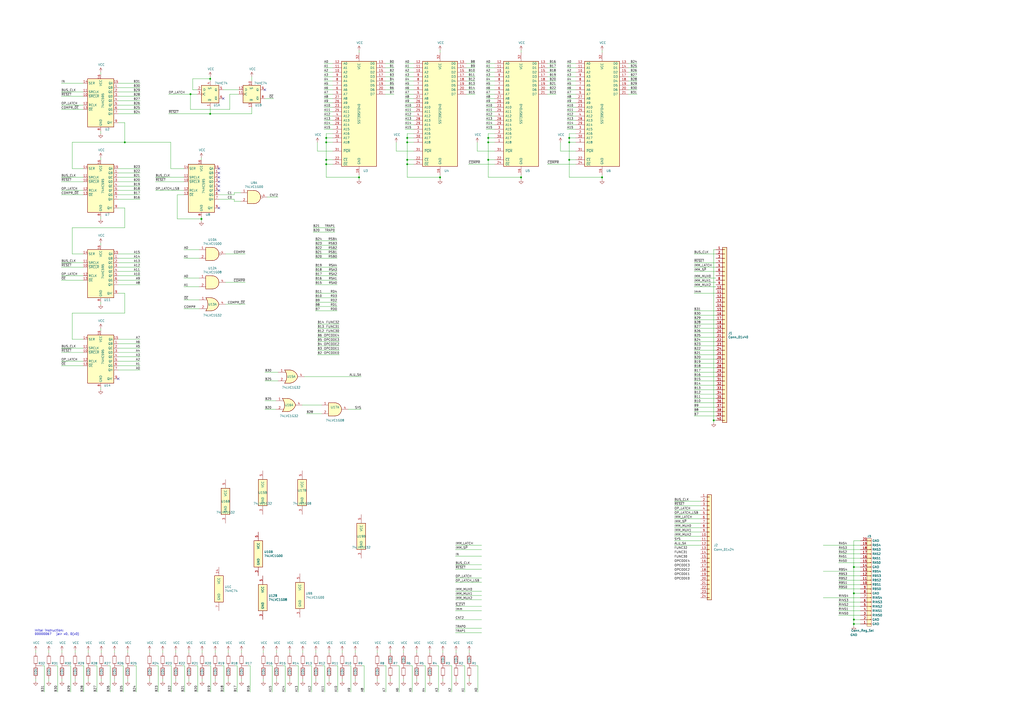
<source format=kicad_sch>
(kicad_sch (version 20211123) (generator eeschema)
  (paper "A2")
  (junction (at 116.84 127))
  (junction (at 283.21 92.71))
  (junction (at 495.3 361.95))
  (junction (at 255.27 102.87))
  (junction (at 189.23 80.01))
  (junction (at 236.22 92.71))
  (junction (at 72.39 82.55))
  (junction (at 236.22 95.25))
  (junction (at 110.49 54.61))
  (junction (at 330.2 80.01))
  (junction (at 330.2 82.55))
  (junction (at 121.92 45.72))
  (junction (at 189.23 82.55))
  (junction (at 189.23 92.71))
  (junction (at 349.25 102.87))
  (junction (at 495.3 359.41))
  (junction (at 495.3 344.17))
  (junction (at 283.21 80.01))
  (junction (at 302.26 102.87))
  (junction (at 208.28 102.87))
  (junction (at 236.22 82.55))
  (junction (at 189.23 95.25))
  (junction (at 236.22 80.01))
  (junction (at 414.02 243.84))
  (junction (at 283.21 82.55))
  (junction (at 495.3 328.93))
  (junction (at 121.92 66.04))
  (junction (at 330.2 92.71))
  (no_connect (at 68.58 219.71))
  (no_connect (at 127 102.87))
  (no_connect (at 127 105.41))
  (no_connect (at 129.54 57.15))
  (no_connect (at 127 110.49))
  (no_connect (at 127 100.33))
  (no_connect (at 127 120.65))
  (no_connect (at 127 107.95))
  (no_connect (at 153.67 52.07))
  (no_connect (at 127 97.79))
  (wire (pts (xy 142.24 147.32) (xy 130.81 147.32)))
  (wire (pts (xy 281.94 59.69) (xy 287.02 59.69)))
  (wire (pts (xy 81.28 157.48) (xy 68.58 157.48)))
  (wire (pts (xy 137.541 386.207) (xy 137.541 401.447)))
  (wire (pts (xy 68.58 160.02) (xy 81.28 160.02)))
  (wire (pts (xy 81.28 207.01) (xy 68.58 207.01)))
  (wire (pts (xy 135.89 113.03) (xy 135.89 111.76)))
  (wire (pts (xy 35.941 393.827) (xy 35.941 395.097)))
  (wire (pts (xy 234.061 377.317) (xy 234.061 378.587)))
  (wire (pts (xy 234.95 44.45) (xy 240.03 44.45)))
  (wire (pts (xy 198.501 393.827) (xy 198.501 395.097)))
  (wire (pts (xy 68.58 110.49) (xy 81.28 110.49)))
  (wire (pts (xy 240.03 82.55) (xy 236.22 82.55)))
  (wire (pts (xy 283.21 102.87) (xy 302.26 102.87)))
  (wire (pts (xy 391.16 298.45) (xy 406.4 298.45)))
  (wire (pts (xy 369.57 49.53) (xy 364.49 49.53)))
  (wire (pts (xy 272.161 393.827) (xy 272.161 395.097)))
  (wire (pts (xy 63.881 386.207) (xy 63.881 401.447)))
  (wire (pts (xy 188.341 386.207) (xy 188.341 401.447)))
  (wire (pts (xy 495.3 359.41) (xy 495.3 361.95)))
  (wire (pts (xy 90.551 386.207) (xy 91.821 386.207)))
  (wire (pts (xy 130.81 176.53) (xy 142.24 176.53)))
  (wire (pts (xy 190.881 377.317) (xy 190.881 378.587)))
  (wire (pts (xy 193.04 57.15) (xy 187.96 57.15)))
  (wire (pts (xy 117.221 393.827) (xy 117.221 395.097)))
  (wire (pts (xy 184.15 190.5) (xy 196.85 190.5)))
  (wire (pts (xy 228.6 41.91) (xy 223.52 41.91)))
  (wire (pts (xy 262.001 386.207) (xy 262.001 401.447)))
  (wire (pts (xy 146.05 44.45) (xy 146.05 46.99)))
  (wire (pts (xy 334.01 72.39) (xy 328.93 72.39)))
  (wire (pts (xy 202.311 386.207) (xy 203.581 386.207)))
  (wire (pts (xy 106.68 166.37) (xy 115.57 166.37)))
  (wire (pts (xy 41.021 386.207) (xy 41.021 401.447)))
  (wire (pts (xy 234.95 74.93) (xy 240.03 74.93)))
  (wire (pts (xy 302.26 102.87) (xy 302.26 101.6)))
  (wire (pts (xy 168.021 393.827) (xy 168.021 395.097)))
  (wire (pts (xy 369.57 44.45) (xy 364.49 44.45)))
  (wire (pts (xy 106.68 105.41) (xy 90.17 105.41)))
  (wire (pts (xy 236.22 82.55) (xy 236.22 92.71)))
  (wire (pts (xy 58.42 127) (xy 58.42 125.73)))
  (wire (pts (xy 499.11 313.69) (xy 495.3 313.69)))
  (wire (pts (xy 94.361 393.827) (xy 94.361 395.097)))
  (wire (pts (xy 287.02 67.31) (xy 281.94 67.31)))
  (wire (pts (xy 41.91 132.08) (xy 41.91 147.32)))
  (wire (pts (xy 182.88 144.78) (xy 195.58 144.78)))
  (wire (pts (xy 138.43 54.61) (xy 133.35 54.61)))
  (wire (pts (xy 236.22 77.47) (xy 236.22 80.01)))
  (wire (pts (xy 48.26 55.88) (xy 35.56 55.88)))
  (wire (pts (xy 209.931 386.207) (xy 211.201 386.207)))
  (wire (pts (xy 349.25 102.87) (xy 349.25 101.6)))
  (wire (pts (xy 391.16 313.69) (xy 406.4 313.69)))
  (wire (pts (xy 206.121 393.827) (xy 206.121 395.097)))
  (wire (pts (xy 193.04 72.39) (xy 187.96 72.39)))
  (wire (pts (xy 81.28 63.5) (xy 68.58 63.5)))
  (wire (pts (xy 402.59 157.48) (xy 415.29 157.48)))
  (wire (pts (xy 402.59 185.42) (xy 415.29 185.42)))
  (wire (pts (xy 41.91 147.32) (xy 48.26 147.32)))
  (wire (pts (xy 414.02 245.11) (xy 414.02 243.84)))
  (wire (pts (xy 107.061 386.207) (xy 107.061 401.447)))
  (wire (pts (xy 264.16 318.77) (xy 279.4 318.77)))
  (wire (pts (xy 264.16 364.49) (xy 279.4 364.49)))
  (wire (pts (xy 486.41 351.79) (xy 499.11 351.79)))
  (wire (pts (xy 106.68 113.03) (xy 102.87 113.03)))
  (wire (pts (xy 287.02 41.91) (xy 281.94 41.91)))
  (wire (pts (xy 20.701 393.827) (xy 20.701 395.097)))
  (wire (pts (xy 325.12 87.63) (xy 325.12 82.55)))
  (wire (pts (xy 132.461 377.317) (xy 132.461 378.587)))
  (wire (pts (xy 72.39 181.61) (xy 41.91 181.61)))
  (wire (pts (xy 168.021 377.317) (xy 168.021 378.587)))
  (wire (pts (xy 51.181 393.827) (xy 51.181 395.097)))
  (wire (pts (xy 322.58 54.61) (xy 317.5 54.61)))
  (wire (pts (xy 349.25 29.21) (xy 349.25 30.48)))
  (wire (pts (xy 330.2 80.01) (xy 330.2 82.55)))
  (wire (pts (xy 208.28 102.87) (xy 208.28 104.14)))
  (wire (pts (xy 72.39 82.55) (xy 41.91 82.55)))
  (wire (pts (xy 182.88 149.86) (xy 195.58 149.86)))
  (wire (pts (xy 135.89 115.57) (xy 135.89 116.84)))
  (wire (pts (xy 66.421 377.317) (xy 66.421 378.587)))
  (wire (pts (xy 239.141 386.207) (xy 239.141 401.447)))
  (wire (pts (xy 187.96 54.61) (xy 193.04 54.61)))
  (wire (pts (xy 322.58 36.83) (xy 317.5 36.83)))
  (wire (pts (xy 187.96 74.93) (xy 193.04 74.93)))
  (wire (pts (xy 133.35 63.5) (xy 110.49 63.5)))
  (wire (pts (xy 20.701 377.317) (xy 20.701 378.587)))
  (wire (pts (xy 124.841 377.317) (xy 124.841 378.587)))
  (wire (pts (xy 391.16 303.53) (xy 406.4 303.53)))
  (wire (pts (xy 402.59 203.2) (xy 415.29 203.2)))
  (wire (pts (xy 234.95 54.61) (xy 240.03 54.61)))
  (wire (pts (xy 140.081 393.827) (xy 140.081 395.097)))
  (wire (pts (xy 287.02 77.47) (xy 283.21 77.47)))
  (wire (pts (xy 240.03 80.01) (xy 236.22 80.01)))
  (wire (pts (xy 402.59 200.66) (xy 415.29 200.66)))
  (wire (pts (xy 187.96 49.53) (xy 193.04 49.53)))
  (wire (pts (xy 132.461 393.827) (xy 132.461 395.097)))
  (wire (pts (xy 106.68 173.99) (xy 115.57 173.99)))
  (wire (pts (xy 236.22 92.71) (xy 236.22 95.25)))
  (wire (pts (xy 275.59 41.91) (xy 270.51 41.91)))
  (wire (pts (xy 402.59 198.12) (xy 415.29 198.12)))
  (wire (pts (xy 161.29 114.3) (xy 154.94 114.3)))
  (wire (pts (xy 275.59 52.07) (xy 270.51 52.07)))
  (wire (pts (xy 183.261 393.827) (xy 183.261 395.097)))
  (wire (pts (xy 111.76 45.72) (xy 111.76 52.07)))
  (wire (pts (xy 402.59 228.6) (xy 415.29 228.6)))
  (wire (pts (xy 74.041 393.827) (xy 74.041 395.097)))
  (wire (pts (xy 328.93 59.69) (xy 334.01 59.69)))
  (wire (pts (xy 193.04 82.55) (xy 189.23 82.55)))
  (wire (pts (xy 193.04 77.47) (xy 189.23 77.47)))
  (wire (pts (xy 187.96 59.69) (xy 193.04 59.69)))
  (wire (pts (xy 264.16 316.23) (xy 279.4 316.23)))
  (wire (pts (xy 32.131 386.207) (xy 33.401 386.207)))
  (wire (pts (xy 402.59 233.68) (xy 415.29 233.68)))
  (wire (pts (xy 322.58 49.53) (xy 317.5 49.53)))
  (wire (pts (xy 98.171 386.207) (xy 99.441 386.207)))
  (wire (pts (xy 275.59 36.83) (xy 270.51 36.83)))
  (wire (pts (xy 245.491 386.207) (xy 246.761 386.207)))
  (wire (pts (xy 184.15 205.74) (xy 196.85 205.74)))
  (wire (pts (xy 182.88 160.02) (xy 195.58 160.02)))
  (wire (pts (xy 189.23 95.25) (xy 189.23 102.87)))
  (wire (pts (xy 58.42 226.06) (xy 58.42 224.79)))
  (wire (pts (xy 241.681 393.827) (xy 241.681 395.097)))
  (wire (pts (xy 122.301 386.207) (xy 122.301 401.447)))
  (wire (pts (xy 486.41 356.87) (xy 499.11 356.87)))
  (wire (pts (xy 35.56 102.87) (xy 48.26 102.87)))
  (wire (pts (xy 415.29 152.4) (xy 402.59 152.4)))
  (wire (pts (xy 101.981 377.317) (xy 101.981 378.587)))
  (wire (pts (xy 153.67 232.41) (xy 160.02 232.41)))
  (wire (pts (xy 287.02 82.55) (xy 283.21 82.55)))
  (wire (pts (xy 173.101 386.207) (xy 173.101 401.447)))
  (wire (pts (xy 287.02 72.39) (xy 281.94 72.39)))
  (wire (pts (xy 182.88 170.18) (xy 195.58 170.18)))
  (wire (pts (xy 328.93 74.93) (xy 334.01 74.93)))
  (wire (pts (xy 264.16 351.79) (xy 279.4 351.79)))
  (wire (pts (xy 28.321 377.317) (xy 28.321 378.587)))
  (wire (pts (xy 48.26 105.41) (xy 35.56 105.41)))
  (wire (pts (xy 39.751 386.207) (xy 41.021 386.207)))
  (wire (pts (xy 334.01 92.71) (xy 330.2 92.71)))
  (wire (pts (xy 146.05 62.23) (xy 146.05 66.04)))
  (wire (pts (xy 240.03 77.47) (xy 236.22 77.47)))
  (wire (pts (xy 402.59 193.04) (xy 415.29 193.04)))
  (wire (pts (xy 193.04 46.99) (xy 187.96 46.99)))
  (wire (pts (xy 106.68 144.78) (xy 115.57 144.78)))
  (wire (pts (xy 402.59 195.58) (xy 415.29 195.58)))
  (wire (pts (xy 145.161 386.207) (xy 145.161 401.447)))
  (wire (pts (xy 81.28 58.42) (xy 68.58 58.42)))
  (wire (pts (xy 184.15 198.12) (xy 196.85 198.12)))
  (wire (pts (xy 287.02 80.01) (xy 283.21 80.01)))
  (wire (pts (xy 56.261 386.207) (xy 56.261 401.447)))
  (wire (pts (xy 222.631 386.207) (xy 223.901 386.207)))
  (wire (pts (xy 106.68 161.29) (xy 115.57 161.29)))
  (wire (pts (xy 161.29 215.9) (xy 153.67 215.9)))
  (wire (pts (xy 276.86 87.63) (xy 276.86 82.55)))
  (wire (pts (xy 402.59 213.36) (xy 415.29 213.36)))
  (wire (pts (xy 414.02 243.84) (xy 414.02 144.78)))
  (wire (pts (xy 486.41 349.25) (xy 499.11 349.25)))
  (wire (pts (xy 187.96 69.85) (xy 193.04 69.85)))
  (wire (pts (xy 255.27 102.87) (xy 255.27 104.14)))
  (wire (pts (xy 193.04 36.83) (xy 187.96 36.83)))
  (wire (pts (xy 58.42 140.97) (xy 58.42 142.24)))
  (wire (pts (xy 330.2 77.47) (xy 330.2 80.01)))
  (wire (pts (xy 68.58 100.33) (xy 81.28 100.33)))
  (wire (pts (xy 402.59 241.3) (xy 415.29 241.3)))
  (wire (pts (xy 402.59 218.44) (xy 415.29 218.44)))
  (wire (pts (xy 240.03 41.91) (xy 234.95 41.91)))
  (wire (pts (xy 249.301 393.827) (xy 249.301 395.097)))
  (wire (pts (xy 369.57 39.37) (xy 364.49 39.37)))
  (wire (pts (xy 81.28 107.95) (xy 68.58 107.95)))
  (wire (pts (xy 121.92 62.23) (xy 121.92 66.04)))
  (wire (pts (xy 369.57 54.61) (xy 364.49 54.61)))
  (wire (pts (xy 156.591 386.207) (xy 157.861 386.207)))
  (wire (pts (xy 264.16 359.41) (xy 279.4 359.41)))
  (wire (pts (xy 228.6 49.53) (xy 223.52 49.53)))
  (wire (pts (xy 129.921 386.207) (xy 129.921 401.447)))
  (wire (pts (xy 143.891 386.207) (xy 145.161 386.207)))
  (wire (pts (xy 406.4 308.61) (xy 391.16 308.61)))
  (wire (pts (xy 62.611 386.207) (xy 63.881 386.207)))
  (wire (pts (xy 109.601 377.317) (xy 109.601 378.587)))
  (wire (pts (xy 181.61 132.08) (xy 194.31 132.08)))
  (wire (pts (xy 495.3 328.93) (xy 499.11 328.93)))
  (wire (pts (xy 203.581 386.207) (xy 203.581 401.447)))
  (wire (pts (xy 349.25 102.87) (xy 349.25 104.14)))
  (wire (pts (xy 415.29 163.83) (xy 402.59 163.83)))
  (wire (pts (xy 121.92 45.72) (xy 111.76 45.72)))
  (wire (pts (xy 41.91 181.61) (xy 41.91 196.85)))
  (wire (pts (xy 58.801 393.827) (xy 58.801 395.097)))
  (wire (pts (xy 287.02 36.83) (xy 281.94 36.83)))
  (wire (pts (xy 268.351 386.207) (xy 269.621 386.207)))
  (wire (pts (xy 106.68 179.07) (xy 115.57 179.07)))
  (wire (pts (xy 499.11 316.23) (xy 477.52 316.23)))
  (wire (pts (xy 77.851 386.207) (xy 79.121 386.207)))
  (wire (pts (xy 181.61 134.62) (xy 194.31 134.62)))
  (wire (pts (xy 152.781 377.317) (xy 152.781 378.587)))
  (wire (pts (xy 402.59 182.88) (xy 415.29 182.88)))
  (wire (pts (xy 193.04 67.31) (xy 187.96 67.31)))
  (wire (pts (xy 275.59 49.53) (xy 270.51 49.53)))
  (wire (pts (xy 72.39 82.55) (xy 99.06 82.55)))
  (wire (pts (xy 264.16 335.28) (xy 279.4 335.28)))
  (wire (pts (xy 234.95 49.53) (xy 240.03 49.53)))
  (wire (pts (xy 160.401 393.827) (xy 160.401 395.097)))
  (wire (pts (xy 322.58 52.07) (xy 317.5 52.07)))
  (wire (pts (xy 68.58 165.1) (xy 81.28 165.1)))
  (wire (pts (xy 68.58 71.12) (xy 72.39 71.12)))
  (wire (pts (xy 231.521 386.207) (xy 231.521 401.447)))
  (wire (pts (xy 165.481 386.207) (xy 165.481 401.447)))
  (wire (pts (xy 35.56 212.09) (xy 48.26 212.09)))
  (wire (pts (xy 41.91 196.85) (xy 48.26 196.85)))
  (wire (pts (xy 283.21 77.47) (xy 283.21 80.01)))
  (wire (pts (xy 495.3 328.93) (xy 495.3 344.17)))
  (wire (pts (xy 369.57 52.07) (xy 364.49 52.07)))
  (wire (pts (xy 68.58 154.94) (xy 81.28 154.94)))
  (wire (pts (xy 81.28 196.85) (xy 68.58 196.85)))
  (wire (pts (xy 287.02 92.71) (xy 283.21 92.71)))
  (wire (pts (xy 68.58 66.04) (xy 81.28 66.04)))
  (wire (pts (xy 81.28 48.26) (xy 68.58 48.26)))
  (wire (pts (xy 184.15 87.63) (xy 184.15 82.55)))
  (wire (pts (xy 499.11 331.47) (xy 477.52 331.47)))
  (wire (pts (xy 406.4 306.07) (xy 391.16 306.07)))
  (wire (pts (xy 193.04 92.71) (xy 189.23 92.71)))
  (wire (pts (xy 236.22 102.87) (xy 255.27 102.87)))
  (wire (pts (xy 160.401 377.317) (xy 160.401 378.587)))
  (wire (pts (xy 495.3 344.17) (xy 499.11 344.17)))
  (wire (pts (xy 190.881 393.827) (xy 190.881 395.097)))
  (wire (pts (xy 495.3 313.69) (xy 495.3 328.93)))
  (wire (pts (xy 58.801 377.317) (xy 58.801 378.587)))
  (wire (pts (xy 495.3 344.17) (xy 495.3 359.41)))
  (wire (pts (xy 127 115.57) (xy 135.89 115.57)))
  (wire (pts (xy 334.01 82.55) (xy 330.2 82.55)))
  (wire (pts (xy 486.41 341.63) (xy 499.11 341.63)))
  (wire (pts (xy 189.23 102.87) (xy 208.28 102.87)))
  (wire (pts (xy 58.42 77.47) (xy 58.42 76.2)))
  (wire (pts (xy 275.59 46.99) (xy 270.51 46.99)))
  (wire (pts (xy 116.84 127) (xy 116.84 125.73)))
  (wire (pts (xy 486.41 339.09) (xy 499.11 339.09)))
  (wire (pts (xy 402.59 236.22) (xy 415.29 236.22)))
  (wire (pts (xy 240.03 72.39) (xy 234.95 72.39)))
  (wire (pts (xy 135.89 111.76) (xy 139.7 111.76)))
  (wire (pts (xy 68.58 149.86) (xy 81.28 149.86)))
  (wire (pts (xy 81.28 152.4) (xy 68.58 152.4)))
  (wire (pts (xy 279.4 345.44) (xy 264.16 345.44)))
  (wire (pts (xy 35.56 63.5) (xy 48.26 63.5)))
  (wire (pts (xy 99.06 82.55) (xy 99.06 97.79)))
  (wire (pts (xy 97.79 54.61) (xy 110.49 54.61)))
  (wire (pts (xy 102.87 113.03) (xy 102.87 127)))
  (wire (pts (xy 402.59 210.82) (xy 415.29 210.82)))
  (wire (pts (xy 391.16 295.91) (xy 406.4 295.91)))
  (wire (pts (xy 68.58 55.88) (xy 81.28 55.88)))
  (wire (pts (xy 255.27 102.87) (xy 255.27 101.6)))
  (wire (pts (xy 254.381 386.207) (xy 254.381 401.447)))
  (wire (pts (xy 334.01 46.99) (xy 328.93 46.99)))
  (wire (pts (xy 109.601 393.827) (xy 109.601 395.097)))
  (wire (pts (xy 114.3 54.61) (xy 110.49 54.61)))
  (wire (pts (xy 114.681 386.207) (xy 114.681 401.447)))
  (wire (pts (xy 330.2 92.71) (xy 330.2 102.87)))
  (wire (pts (xy 279.4 347.98) (xy 264.16 347.98)))
  (wire (pts (xy 187.071 386.207) (xy 188.341 386.207)))
  (wire (pts (xy 72.39 120.65) (xy 72.39 132.08)))
  (wire (pts (xy 391.16 290.83) (xy 406.4 290.83)))
  (wire (pts (xy 281.94 54.61) (xy 287.02 54.61)))
  (wire (pts (xy 117.221 377.317) (xy 117.221 378.587)))
  (wire (pts (xy 234.95 59.69) (xy 240.03 59.69)))
  (wire (pts (xy 182.88 162.56) (xy 195.58 162.56)))
  (wire (pts (xy 495.3 361.95) (xy 495.3 363.22)))
  (wire (pts (xy 41.91 82.55) (xy 41.91 97.79)))
  (wire (pts (xy 240.03 95.25) (xy 236.22 95.25)))
  (wire (pts (xy 228.6 39.37) (xy 223.52 39.37)))
  (wire (pts (xy 237.871 386.207) (xy 239.141 386.207)))
  (wire (pts (xy 189.23 77.47) (xy 189.23 80.01)))
  (wire (pts (xy 111.76 52.07) (xy 114.3 52.07)))
  (wire (pts (xy 495.3 361.95) (xy 499.11 361.95)))
  (wire (pts (xy 48.641 386.207) (xy 48.641 401.447)))
  (wire (pts (xy 157.861 386.207) (xy 157.861 401.447)))
  (wire (pts (xy 334.01 67.31) (xy 328.93 67.31)))
  (wire (pts (xy 35.56 160.02) (xy 48.26 160.02)))
  (wire (pts (xy 402.59 180.34) (xy 415.29 180.34)))
  (wire (pts (xy 48.26 154.94) (xy 35.56 154.94)))
  (wire (pts (xy 486.41 354.33) (xy 499.11 354.33)))
  (wire (pts (xy 402.59 226.06) (xy 415.29 226.06)))
  (wire (pts (xy 35.56 209.55) (xy 48.26 209.55)))
  (wire (pts (xy 330.2 82.55) (xy 330.2 92.71)))
  (wire (pts (xy 275.59 39.37) (xy 270.51 39.37)))
  (wire (pts (xy 68.58 50.8) (xy 81.28 50.8)))
  (wire (pts (xy 330.2 102.87) (xy 349.25 102.87)))
  (wire (pts (xy 229.87 87.63) (xy 229.87 82.55)))
  (wire (pts (xy 72.39 71.12) (xy 72.39 82.55)))
  (wire (pts (xy 255.27 29.21) (xy 255.27 30.48)))
  (wire (pts (xy 35.941 377.317) (xy 35.941 378.587)))
  (wire (pts (xy 402.59 205.74) (xy 415.29 205.74)))
  (wire (pts (xy 486.41 334.01) (xy 499.11 334.01)))
  (wire (pts (xy 48.26 204.47) (xy 35.56 204.47)))
  (wire (pts (xy 193.04 41.91) (xy 187.96 41.91)))
  (wire (pts (xy 402.59 147.32) (xy 415.29 147.32)))
  (wire (pts (xy 256.921 393.827) (xy 256.921 395.097)))
  (wire (pts (xy 269.621 386.207) (xy 269.621 401.447)))
  (wire (pts (xy 142.24 163.83) (xy 130.81 163.83)))
  (wire (pts (xy 186.69 240.03) (xy 177.8 240.03)))
  (wire (pts (xy 287.02 52.07) (xy 281.94 52.07)))
  (wire (pts (xy 91.821 386.207) (xy 91.821 401.447)))
  (wire (pts (xy 133.35 54.61) (xy 133.35 63.5)))
  (wire (pts (xy 35.56 60.96) (xy 48.26 60.96)))
  (wire (pts (xy 153.67 57.15) (xy 158.75 57.15)))
  (wire (pts (xy 486.41 321.31) (xy 499.11 321.31)))
  (wire (pts (xy 328.93 49.53) (xy 334.01 49.53)))
  (wire (pts (xy 68.58 115.57) (xy 81.28 115.57)))
  (wire (pts (xy 43.561 393.827) (xy 43.561 395.097)))
  (wire (pts (xy 264.16 337.82) (xy 279.4 337.82)))
  (wire (pts (xy 184.15 200.66) (xy 196.85 200.66)))
  (wire (pts (xy 121.92 44.45) (xy 121.92 45.72)))
  (wire (pts (xy 402.59 215.9) (xy 415.29 215.9)))
  (wire (pts (xy 218.821 393.827) (xy 218.821 395.097)))
  (wire (pts (xy 264.16 367.03) (xy 279.4 367.03)))
  (wire (pts (xy 68.58 204.47) (xy 81.28 204.47)))
  (wire (pts (xy 74.041 377.317) (xy 74.041 378.587)))
  (wire (pts (xy 99.441 386.207) (xy 99.441 401.447)))
  (wire (pts (xy 283.21 80.01) (xy 283.21 82.55)))
  (wire (pts (xy 264.541 393.827) (xy 264.541 395.097)))
  (wire (pts (xy 334.01 62.23) (xy 328.93 62.23)))
  (wire (pts (xy 43.561 377.317) (xy 43.561 378.587)))
  (wire (pts (xy 264.16 322.58) (xy 279.4 322.58)))
  (wire (pts (xy 226.441 393.827) (xy 226.441 395.097)))
  (wire (pts (xy 208.28 102.87) (xy 208.28 101.6)))
  (wire (pts (xy 175.26 234.95) (xy 186.69 234.95)))
  (wire (pts (xy 58.42 41.91) (xy 58.42 43.18)))
  (wire (pts (xy 415.29 170.18) (xy 402.59 170.18)))
  (wire (pts (xy 334.01 57.15) (xy 328.93 57.15)))
  (wire (pts (xy 402.59 220.98) (xy 415.29 220.98)))
  (wire (pts (xy 28.321 393.827) (xy 28.321 395.097)))
  (wire (pts (xy 58.42 176.53) (xy 58.42 175.26)))
  (wire (pts (xy 187.96 64.77) (xy 193.04 64.77)))
  (wire (pts (xy 206.121 377.317) (xy 206.121 378.587)))
  (wire (pts (xy 486.41 336.55) (xy 499.11 336.55)))
  (wire (pts (xy 234.95 69.85) (xy 240.03 69.85)))
  (wire (pts (xy 234.95 39.37) (xy 240.03 39.37)))
  (wire (pts (xy 328.93 39.37) (xy 334.01 39.37)))
  (wire (pts (xy 127 113.03) (xy 135.89 113.03)))
  (wire (pts (xy 81.28 147.32) (xy 68.58 147.32)))
  (wire (pts (xy 236.22 80.01) (xy 236.22 82.55)))
  (wire (pts (xy 105.791 386.207) (xy 107.061 386.207)))
  (wire (pts (xy 116.84 91.44) (xy 116.84 92.71)))
  (wire (pts (xy 184.15 193.04) (xy 196.85 193.04)))
  (wire (pts (xy 209.55 237.49) (xy 201.93 237.49)))
  (wire (pts (xy 240.03 67.31) (xy 234.95 67.31)))
  (wire (pts (xy 322.58 39.37) (xy 317.5 39.37)))
  (wire (pts (xy 369.57 36.83) (xy 364.49 36.83)))
  (wire (pts (xy 182.88 142.24) (xy 195.58 142.24)))
  (wire (pts (xy 302.26 29.21) (xy 302.26 30.48)))
  (wire (pts (xy 287.02 62.23) (xy 281.94 62.23)))
  (wire (pts (xy 260.731 386.207) (xy 262.001 386.207)))
  (wire (pts (xy 287.02 57.15) (xy 281.94 57.15)))
  (wire (pts (xy 334.01 52.07) (xy 328.93 52.07)))
  (wire (pts (xy 81.28 113.03) (xy 68.58 113.03)))
  (wire (pts (xy 287.02 95.25) (xy 271.78 95.25)))
  (wire (pts (xy 41.91 97.79) (xy 48.26 97.79)))
  (wire (pts (xy 194.691 386.207) (xy 195.961 386.207)))
  (wire (pts (xy 68.58 105.41) (xy 81.28 105.41)))
  (wire (pts (xy 240.03 46.99) (xy 234.95 46.99)))
  (wire (pts (xy 68.58 60.96) (xy 81.28 60.96)))
  (wire (pts (xy 402.59 187.96) (xy 415.29 187.96)))
  (wire (pts (xy 189.23 82.55) (xy 189.23 92.71)))
  (wire (pts (xy 253.111 386.207) (xy 254.381 386.207)))
  (wire (pts (xy 391.16 316.23) (xy 406.4 316.23)))
  (wire (pts (xy 182.88 175.26) (xy 195.58 175.26)))
  (wire (pts (xy 182.88 154.94) (xy 195.58 154.94)))
  (wire (pts (xy 72.39 132.08) (xy 41.91 132.08)))
  (wire (pts (xy 223.901 386.207) (xy 223.901 401.447)))
  (wire (pts (xy 179.451 386.207) (xy 180.721 386.207)))
  (wire (pts (xy 121.92 45.72) (xy 121.92 46.99)))
  (wire (pts (xy 182.88 139.7) (xy 195.58 139.7)))
  (wire (pts (xy 68.58 209.55) (xy 81.28 209.55)))
  (wire (pts (xy 287.02 46.99) (xy 281.94 46.99)))
  (wire (pts (xy 240.03 57.15) (xy 234.95 57.15)))
  (wire (pts (xy 183.261 377.317) (xy 183.261 378.587)))
  (wire (pts (xy 328.93 69.85) (xy 334.01 69.85)))
  (wire (pts (xy 281.94 74.93) (xy 287.02 74.93)))
  (wire (pts (xy 228.6 36.83) (xy 223.52 36.83)))
  (wire (pts (xy 24.511 386.207) (xy 25.781 386.207)))
  (wire (pts (xy 187.96 39.37) (xy 193.04 39.37)))
  (wire (pts (xy 334.01 80.01) (xy 330.2 80.01)))
  (wire (pts (xy 86.741 393.827) (xy 86.741 395.097)))
  (wire (pts (xy 184.15 187.96) (xy 196.85 187.96)))
  (wire (pts (xy 35.56 201.93) (xy 48.26 201.93)))
  (wire (pts (xy 240.03 92.71) (xy 236.22 92.71)))
  (wire (pts (xy 499.11 346.71) (xy 477.52 346.71)))
  (wire (pts (xy 272.161 377.317) (xy 272.161 378.587)))
  (wire (pts (xy 322.58 41.91) (xy 317.5 41.91)))
  (wire (pts (xy 35.56 113.03) (xy 48.26 113.03)))
  (wire (pts (xy 234.95 64.77) (xy 240.03 64.77)))
  (wire (pts (xy 180.721 386.207) (xy 180.721 401.447)))
  (wire (pts (xy 198.501 377.317) (xy 198.501 378.587)))
  (wire (pts (xy 79.121 386.207) (xy 79.121 401.447)))
  (wire (pts (xy 283.21 92.71) (xy 283.21 102.87)))
  (wire (pts (xy 281.94 69.85) (xy 287.02 69.85)))
  (wire (pts (xy 182.88 172.72) (xy 195.58 172.72)))
  (wire (pts (xy 90.17 102.87) (xy 106.68 102.87)))
  (wire (pts (xy 135.89 116.84) (xy 139.7 116.84)))
  (wire (pts (xy 70.231 386.207) (xy 71.501 386.207)))
  (wire (pts (xy 264.16 330.2) (xy 279.4 330.2)))
  (wire (pts (xy 176.53 218.44) (xy 209.55 218.44)))
  (wire (pts (xy 81.28 212.09) (xy 68.58 212.09)))
  (wire (pts (xy 334.01 95.25) (xy 317.5 95.25)))
  (wire (pts (xy 35.56 53.34) (xy 48.26 53.34)))
  (wire (pts (xy 334.01 36.83) (xy 328.93 36.83)))
  (wire (pts (xy 328.93 44.45) (xy 334.01 44.45)))
  (wire (pts (xy 228.6 52.07) (xy 223.52 52.07)))
  (wire (pts (xy 193.04 52.07) (xy 187.96 52.07)))
  (wire (pts (xy 68.58 214.63) (xy 81.28 214.63)))
  (wire (pts (xy 136.271 386.207) (xy 137.541 386.207)))
  (wire (pts (xy 369.57 46.99) (xy 364.49 46.99)))
  (wire (pts (xy 68.58 199.39) (xy 81.28 199.39)))
  (wire (pts (xy 68.58 120.65) (xy 72.39 120.65)))
  (wire (pts (xy 275.59 44.45) (xy 270.51 44.45)))
  (wire (pts (xy 283.21 82.55) (xy 283.21 92.71)))
  (wire (pts (xy 81.28 201.93) (xy 68.58 201.93)))
  (wire (pts (xy 182.88 157.48) (xy 195.58 157.48)))
  (wire (pts (xy 218.821 377.317) (xy 218.821 378.587)))
  (wire (pts (xy 128.651 386.207) (xy 129.921 386.207)))
  (wire (pts (xy 402.59 208.28) (xy 415.29 208.28)))
  (wire (pts (xy 281.94 44.45) (xy 287.02 44.45)))
  (wire (pts (xy 121.031 386.207) (xy 122.301 386.207)))
  (wire (pts (xy 47.371 386.207) (xy 48.641 386.207)))
  (wire (pts (xy 129.54 52.07) (xy 138.43 52.07)))
  (wire (pts (xy 193.04 95.25) (xy 189.23 95.25)))
  (wire (pts (xy 228.6 44.45) (xy 223.52 44.45)))
  (wire (pts (xy 241.681 377.317) (xy 241.681 378.587)))
  (wire (pts (xy 328.93 54.61) (xy 334.01 54.61)))
  (wire (pts (xy 281.94 49.53) (xy 287.02 49.53)))
  (wire (pts (xy 246.761 386.207) (xy 246.761 401.447)))
  (wire (pts (xy 402.59 223.52) (xy 415.29 223.52)))
  (wire (pts (xy 106.68 149.86) (xy 115.57 149.86)))
  (wire (pts (xy 187.96 44.45) (xy 193.04 44.45)))
  (wire (pts (xy 334.01 77.47) (xy 330.2 77.47)))
  (wire (pts (xy 182.88 180.34) (xy 195.58 180.34)))
  (wire (pts (xy 146.05 66.04) (xy 121.92 66.04)))
  (wire (pts (xy 182.88 147.32) (xy 195.58 147.32)))
  (wire (pts (xy 25.781 386.207) (xy 25.781 401.447)))
  (wire (pts (xy 193.04 80.01) (xy 189.23 80.01)))
  (wire (pts (xy 406.4 293.37) (xy 391.16 293.37)))
  (wire (pts (xy 415.29 161.29) (xy 402.59 161.29)))
  (wire (pts (xy 406.4 311.15) (xy 391.16 311.15)))
  (wire (pts (xy 35.56 110.49) (xy 48.26 110.49)))
  (wire (pts (xy 193.04 62.23) (xy 187.96 62.23)))
  (wire (pts (xy 81.28 53.34) (xy 68.58 53.34)))
  (wire (pts (xy 240.03 62.23) (xy 234.95 62.23)))
  (wire (pts (xy 48.26 48.26) (xy 35.56 48.26)))
  (wire (pts (xy 234.061 393.827) (xy 234.061 395.097)))
  (wire (pts (xy 51.181 377.317) (xy 51.181 378.587)))
  (wire (pts (xy 72.39 170.18) (xy 72.39 181.61)))
  (wire (pts (xy 279.4 342.9) (xy 264.16 342.9)))
  (wire (pts (xy 406.4 300.99) (xy 391.16 300.99)))
  (wire (pts (xy 189.23 92.71) (xy 189.23 95.25)))
  (wire (pts (xy 264.16 354.33) (xy 279.4 354.33)))
  (wire (pts (xy 71.501 386.207) (xy 71.501 401.447)))
  (wire (pts (xy 256.921 377.317) (xy 256.921 378.587)))
  (wire (pts (xy 86.741 377.317) (xy 86.741 378.587)))
  (wire (pts (xy 124.841 393.827) (xy 124.841 395.097)))
  (wire (pts (xy 334.01 41.91) (xy 328.93 41.91)))
  (wire (pts (xy 175.641 377.317) (xy 175.641 378.587)))
  (wire (pts (xy 281.94 39.37) (xy 287.02 39.37)))
  (wire (pts (xy 189.23 80.01) (xy 189.23 82.55)))
  (wire (pts (xy 277.241 386.207) (xy 277.241 401.447)))
  (wire (pts (xy 81.28 102.87) (xy 68.58 102.87)))
  (wire (pts (xy 102.87 127) (xy 116.84 127)))
  (wire (pts (xy 121.92 66.04) (xy 97.79 66.04)))
  (wire (pts (xy 153.67 220.98) (xy 161.29 220.98)))
  (wire (pts (xy 240.03 87.63) (xy 229.87 87.63)))
  (wire (pts (xy 208.28 29.21) (xy 208.28 30.48)))
  (wire (pts (xy 287.02 87.63) (xy 276.86 87.63)))
  (wire (pts (xy 184.15 203.2) (xy 196.85 203.2)))
  (wire (pts (xy 175.641 393.827) (xy 175.641 395.097)))
  (wire (pts (xy 275.971 386.207) (xy 277.241 386.207)))
  (wire (pts (xy 182.88 165.1) (xy 195.58 165.1)))
  (wire (pts (xy 58.42 190.5) (xy 58.42 191.77)))
  (wire (pts (xy 264.16 327.66) (xy 279.4 327.66)))
  (wire (pts (xy 230.251 386.207) (xy 231.521 386.207)))
  (wire (pts (xy 48.26 162.56) (xy 35.56 162.56)))
  (wire (pts (xy 35.56 152.4) (xy 48.26 152.4)))
  (wire (pts (xy 164.211 386.207) (xy 165.481 386.207)))
  (wire (pts (xy 228.6 54.61) (xy 223.52 54.61)))
  (wire (pts (xy 322.58 44.45) (xy 317.5 44.45)))
  (wire (pts (xy 81.28 162.56) (xy 68.58 162.56)))
  (wire (pts (xy 90.17 110.49) (xy 106.68 110.49)))
  (wire (pts (xy 486.41 318.77) (xy 499.11 318.77)))
  (wire (pts (xy 171.831 386.207) (xy 173.101 386.207)))
  (wire (pts (xy 113.411 386.207) (xy 114.681 386.207)))
  (wire (pts (xy 249.301 377.317) (xy 249.301 378.587)))
  (wire (pts (xy 99.06 97.79) (xy 106.68 97.79)))
  (wire (pts (xy 302.26 102.87) (xy 302.26 104.14)))
  (wire (pts (xy 322.58 46.99) (xy 317.5 46.99)))
  (wire (pts (xy 415.29 154.94) (xy 402.59 154.94)))
  (wire (pts (xy 402.59 231.14) (xy 415.29 231.14)))
  (wire (pts (xy 81.28 97.79) (xy 68.58 97.79)))
  (wire (pts (xy 54.991 386.207) (xy 56.261 386.207)))
  (wire (pts (xy 66.421 393.827) (xy 66.421 395.097)))
  (wire (pts (xy 486.41 326.39) (xy 499.11 326.39)))
  (wire (pts (xy 275.59 54.61) (xy 270.51 54.61)))
  (wire (pts (xy 94.361 377.317) (xy 94.361 378.587)))
  (wire (pts (xy 402.59 238.76) (xy 415.29 238.76)))
  (wire (pts (xy 414.02 243.84) (xy 415.29 243.84)))
  (wire (pts (xy 415.29 166.37) (xy 402.59 166.37)))
  (wire (pts (xy 110.49 63.5) (xy 110.49 54.61)))
  (wire (pts (xy 101.981 393.827) (xy 101.981 395.097)))
  (wire (pts (xy 369.57 41.91) (xy 364.49 41.91)))
  (wire (pts (xy 264.541 377.317) (xy 264.541 378.587)))
  (wire (pts (xy 240.03 36.83) (xy 234.95 36.83)))
  (wire (pts (xy 58.42 91.44) (xy 58.42 92.71)))
  (wire (pts (xy 195.961 386.207) (xy 195.961 401.447)))
  (wire (pts (xy 334.01 87.63) (xy 325.12 87.63)))
  (wire (pts (xy 153.67 237.49) (xy 160.02 237.49)))
  (wire (pts (xy 116.84 128.27) (xy 116.84 127)))
  (wire (pts (xy 226.441 377.317) (xy 226.441 378.587)))
  (wire (pts (xy 495.3 359.41) (xy 499.11 359.41)))
  (wire (pts (xy 486.41 323.85) (xy 499.11 323.85)))
  (wire (pts (xy 402.59 190.5) (xy 415.29 190.5)))
  (wire (pts (xy 211.201 386.207) (xy 211.201 401.447)))
  (wire (pts (xy 68.58 170.18) (xy 72.39 170.18)))
  (wire (pts (xy 33.401 386.207) (xy 33.401 401.447)))
  (wire (pts (xy 228.6 46.99) (xy 223.52 46.99)))
  (wire (pts (xy 152.781 393.827) (xy 152.781 395.097)))
  (wire (pts (xy 236.22 95.25) (xy 236.22 102.87)))
  (wire (pts (xy 328.93 64.77) (xy 334.01 64.77)))
  (wire (pts (xy 140.081 377.317) (xy 140.081 378.587)))
  (wire (pts (xy 240.03 52.07) (xy 234.95 52.07)))
  (wire (pts (xy 193.04 87.63) (xy 184.15 87.63)))
  (wire (pts (xy 414.02 144.78) (xy 415.29 144.78)))
  (wire (pts (xy 182.88 177.8) (xy 195.58 177.8)))
  (wire (pts (xy 184.15 195.58) (xy 196.85 195.58)))
  (wire (pts (xy 281.94 64.77) (xy 287.02 64.77)))
  (text "Inital instruction:\n00000067   jalr x0, 0(x0)" (at 20.066 368.681 0) (effects (font (size 1.27 1.27)) (justify left bottom)))
  (label "B17" (at 402.59 215.9 0))
  (label "OP_LATCH" (at 264.16 335.28 0))
  (label "A6" (at 187.96 52.07 0))
  (label "CNT2" (at 161.29 114.3 180))
  (label "A12" (at 187.96 67.31 0))
  (label "A4" (at 187.96 46.99 0))
  (label "B27" (at 402.59 190.5 0))
  (label "B22" (at 402.59 203.2 0))
  (label "RBS1" (at 486.41 339.09 0))
  (label "A11" (at 188.341 401.447 90))
  (label "COMPR_~{OE}" (at 35.56 63.5 0))
  (label "CNT2" (at 264.16 359.41 0))
  (label "A12" (at 81.28 154.94 180))
  (label "B29" (at 402.59 185.42 0))
  (label "A7" (at 281.94 54.61 0))
  (label "RBS0" (at 486.41 341.63 0))
  (label "B6" (at 228.6 52.07 180))
  (label "B3" (at 184.15 203.2 0))
  (label "A3" (at 328.93 44.45 0))
  (label "C1" (at 134.62 113.03 180))
  (label "OPCODE0" (at 391.16 336.55 0))
  (label "FUNC30" (at 196.85 193.04 180))
  (label "B13" (at 402.59 226.06 0))
  (label "A7" (at 328.93 54.61 0))
  (label "B8" (at 275.59 36.83 180))
  (label "B15" (at 402.59 220.98 0))
  (label "A0" (at 281.94 36.83 0))
  (label "B23" (at 322.58 54.61 180))
  (label "A0" (at 234.95 36.83 0))
  (label "A8" (at 281.94 57.15 0))
  (label "OP_LATCH" (at 35.56 160.02 0))
  (label "A4" (at 246.761 401.447 90))
  (label "B7" (at 402.59 241.3 0))
  (label "B24" (at 79.121 401.447 90))
  (label "A13" (at 281.94 69.85 0))
  (label "B6" (at 184.15 195.58 0))
  (label "B10" (at 275.59 41.91 180))
  (label "OPCODE1" (at 196.85 203.2 180))
  (label "IMM_MUX1" (at 264.16 345.44 0))
  (label "BUS_CLK" (at 90.17 102.87 0))
  (label "A1" (at 281.94 39.37 0))
  (label "B14" (at 275.59 52.07 180))
  (label "A6" (at 281.94 52.07 0))
  (label "B19" (at 122.301 401.447 90))
  (label "RAS0" (at 486.41 326.39 0))
  (label "RSA3" (at 195.58 157.48 180))
  (label "A12" (at 328.93 67.31 0))
  (label "B2" (at 184.15 205.74 0))
  (label "A12" (at 281.94 67.31 0))
  (label "IMM_MUX2" (at 264.16 347.98 0))
  (label "A15" (at 281.94 74.93 0))
  (label "B7" (at 228.6 54.61 180))
  (label "B4" (at 228.6 46.99 180))
  (label "RD2" (at 195.58 175.26 180))
  (label "ALU_SA" (at 391.16 316.23 0))
  (label "B20" (at 114.681 401.447 90))
  (label "A5" (at 239.141 401.447 90))
  (label "A13" (at 234.95 69.85 0))
  (label "B5" (at 228.6 49.53 180))
  (label "A1" (at 328.93 39.37 0))
  (label "~{OE}" (at 106.68 173.99 0))
  (label "A15" (at 328.93 74.93 0))
  (label "B26" (at 402.59 193.04 0))
  (label "FUNC30" (at 391.16 323.85 0))
  (label "B17" (at 322.58 39.37 180))
  (label "A9" (at 281.94 59.69 0))
  (label "OP_LATCH_LSB" (at 90.17 110.49 0))
  (label "B14" (at 402.59 223.52 0))
  (label "BUS_CLK" (at 402.59 147.32 0))
  (label "OP_LATCH" (at 35.56 60.96 0))
  (label "A8" (at 234.95 57.15 0))
  (label "A12" (at 234.95 67.31 0))
  (label "B31" (at 25.781 401.447 90))
  (label "~{OE}" (at 158.75 57.15 180))
  (label "B12" (at 275.59 46.99 180))
  (label "~{OE}" (at 35.56 162.56 0))
  (label "B14" (at 184.15 187.96 0))
  (label "B28" (at 177.8 240.03 0))
  (label "RAS2" (at 486.41 321.31 0))
  (label "A4" (at 234.95 46.99 0))
  (label "B16" (at 145.161 401.447 90))
  (label "B10" (at 182.88 172.72 0))
  (label "A15" (at 157.861 401.447 90))
  (label "A0" (at 328.93 36.83 0))
  (label "A2" (at 81.28 209.55 180))
  (label "B15" (at 182.88 165.1 0))
  (label "RD0" (at 195.58 180.34 180))
  (label "B28" (at 402.59 187.96 0))
  (label "~{RESET}" (at 35.56 105.41 0))
  (label "RBS3" (at 486.41 334.01 0))
  (label "A7" (at 223.901 401.447 90))
  (label "B30" (at 153.67 215.9 0))
  (label "B5" (at 184.15 198.12 0))
  (label "A9" (at 328.93 59.69 0))
  (label "B20" (at 153.67 237.49 0))
  (label "OP_LATCH" (at 35.56 209.55 0))
  (label "A3" (at 81.28 207.01 180))
  (label "A5" (at 81.28 201.93 180))
  (label "B21" (at 322.58 49.53 180))
  (label "~{RESET}" (at 90.17 105.41 0))
  (label "TRAP0" (at 264.16 364.49 0))
  (label "COMPR_~{OE}" (at 142.24 176.53 180))
  (label "BUS_CLK" (at 264.16 327.66 0))
  (label "A5" (at 187.96 49.53 0))
  (label "B19" (at 402.59 210.82 0))
  (label "A10" (at 328.93 62.23 0))
  (label "A1" (at 106.68 149.86 0))
  (label "B18" (at 322.58 41.91 180))
  (label "A1" (at 234.95 39.37 0))
  (label "IMM_MUX1" (at 391.16 308.61 0))
  (label "A14" (at 187.96 72.39 0))
  (label "A9" (at 81.28 162.56 180))
  (label "TRAP0" (at 194.31 134.62 180))
  (label "~{S_EXT}" (at 264.16 351.79 0))
  (label "A14" (at 81.28 149.86 180))
  (label "B25" (at 369.57 39.37 180))
  (label "A10" (at 187.96 62.23 0))
  (label "B4" (at 184.15 200.66 0))
  (label "~{COMPR}" (at 142.24 163.83 180))
  (label "OPCODE0" (at 196.85 205.74 180))
  (label "B31" (at 369.57 54.61 180))
  (label "B27" (at 81.28 58.42 180))
  (label "B29" (at 81.28 53.34 180))
  (label "RAS3" (at 486.41 318.77 0))
  (label "B26" (at 63.881 401.447 90))
  (label "OP_LATCH_LSB" (at 264.16 337.82 0))
  (label "B17" (at 81.28 113.03 180))
  (label "B2" (at 228.6 41.91 180))
  (label "B31" (at 81.28 48.26 180))
  (label "B24" (at 182.88 139.7 0))
  (label "IMM_S~{P}" (at 264.16 318.77 0))
  (label "A8" (at 187.96 57.15 0))
  (label "A1" (at 187.96 39.37 0))
  (label "COMPR_~{OE}" (at 35.56 113.03 0))
  (label "B21" (at 107.061 401.447 90))
  (label "RAS4" (at 486.41 316.23 0))
  (label "BUS_CLK" (at 35.56 53.34 0))
  (label "IN" (at 35.56 48.26 0))
  (label "B25" (at 71.501 401.447 90))
  (label "RD3" (at 195.58 172.72 180))
  (label "B20" (at 181.61 134.62 0))
  (label "B9" (at 402.59 236.22 0))
  (label "A1" (at 81.28 212.09 180))
  (label "A5" (at 328.93 49.53 0))
  (label "B24" (at 369.57 36.83 180))
  (label "B27" (at 369.57 44.45 180))
  (label "RBS4" (at 486.41 331.47 0))
  (label "~{RESET}" (at 35.56 154.94 0))
  (label "A5" (at 234.95 49.53 0))
  (label "A14" (at 234.95 72.39 0))
  (label "FUNC31" (at 196.85 190.5 180))
  (label "OPCODE4" (at 196.85 195.58 180))
  (label "B28" (at 81.28 55.88 180))
  (label "~{OE}" (at 35.56 212.09 0))
  (label "A3" (at 281.94 44.45 0))
  (label "B16" (at 182.88 162.56 0))
  (label "B18" (at 129.921 401.447 90))
  (label "COMPR" (at 106.68 179.07 0))
  (label "B0" (at 228.6 36.83 180))
  (label "RINS3" (at 486.41 349.25 0))
  (label "A14" (at 328.93 72.39 0))
  (label "OPCODE2" (at 196.85 200.66 180))
  (label "B23" (at 402.59 200.66 0))
  (label "A9" (at 203.581 401.447 90))
  (label "B19" (at 182.88 154.94 0))
  (label "A10" (at 81.28 160.02 180))
  (label "OP_LATCH" (at 35.56 110.49 0))
  (label "OPCODE2" (at 391.16 331.47 0))
  (label "RSA1" (at 195.58 162.56 180))
  (label "A13" (at 173.101 401.447 90))
  (label "A10" (at 195.961 401.447 90))
  (label "A4" (at 281.94 46.99 0))
  (label "~{RESET}" (at 264.16 330.2 0))
  (label "TRAP1" (at 194.31 132.08 180))
  (label "A11" (at 281.94 64.77 0))
  (label "A11" (at 234.95 64.77 0))
  (label "A7" (at 234.95 54.61 0))
  (label "RINS4" (at 486.41 346.71 0))
  (label "RAS1" (at 486.41 323.85 0))
  (label "B27" (at 56.261 401.447 90))
  (label "A15" (at 187.96 74.93 0))
  (label "A11" (at 187.96 64.77 0))
  (label "~{RESET}" (at 391.16 293.37 0))
  (label "A11" (at 328.93 64.77 0))
  (label "B21" (at 81.28 102.87 180))
  (label "A7" (at 187.96 54.61 0))
  (label "BUS_CLK" (at 391.16 290.83 0))
  (label "B15" (at 275.59 54.61 180))
  (label "A1" (at 269.621 401.447 90))
  (label "BUS_CLK" (at 35.56 152.4 0))
  (label "ALU_SA" (at 209.55 218.44 180))
  (label "Imm" (at 402.59 170.18 0))
  (label "A6" (at 328.93 52.07 0))
  (label "B13" (at 275.59 49.53 180))
  (label "A15" (at 234.95 74.93 0))
  (label "RSB2" (at 195.58 144.78 180))
  (label "RD4" (at 195.58 170.18 180))
  (label "A0" (at 187.96 36.83 0))
  (label "Imm" (at 264.16 354.33 0))
  (label "B17" (at 182.88 160.02 0))
  (label "B28" (at 369.57 46.99 180))
  (label "FUNC32" (at 391.16 318.77 0))
  (label "B21" (at 402.59 205.74 0))
  (label "B25" (at 153.67 232.41 0))
  (label "RSB0" (at 195.58 149.86 180))
  (label "A2" (at 328.93 41.91 0))
  (label "B24" (at 81.28 66.04 180))
  (label "A6" (at 234.95 52.07 0))
  (label "IN" (at 264.16 322.58 0))
  (label "B1" (at 228.6 39.37 180))
  (label "COMPR" (at 142.24 147.32 180))
  (label "B21" (at 181.61 132.08 0))
  (label "B19" (at 81.28 107.95 180))
  (label "IMM_LATCH" (at 391.16 300.99 0))
  (label "B26" (at 369.57 41.91 180))
  (label "B17" (at 137.541 401.447 90))
  (label "B29" (at 41.021 401.447 90))
  (label "A13" (at 187.96 69.85 0))
  (label "IMM_MUX0" (at 402.59 161.29 0))
  (label "~{RESET}" (at 402.59 152.4 0))
  (label "B22" (at 81.28 100.33 180))
  (label "B11" (at 182.88 170.18 0))
  (label "A3" (at 234.95 44.45 0))
  (label "B10" (at 402.59 233.68 0))
  (label "A0" (at 277.241 401.447 90))
  (label "A7" (at 81.28 196.85 180))
  (label "A4" (at 81.28 204.47 180))
  (label "B20" (at 402.59 208.28 0))
  (label "B24" (at 402.59 198.12 0))
  (label "A9" (at 234.95 59.69 0))
  (label "FUNC32" (at 196.85 187.96 180))
  (label "B25" (at 81.28 63.5 180))
  (label "B7" (at 182.88 180.34 0))
  (label "A10" (at 281.94 62.23 0))
  (label "RINS0" (at 486.41 356.87 0))
  (label "B22" (at 322.58 52.07 180))
  (label "A2" (at 262.001 401.447 90))
  (label "B30" (at 402.59 182.88 0))
  (label "B3" (at 228.6 44.45 180))
  (label "A2" (at 281.94 41.91 0))
  (label "B23" (at 81.28 97.79 180))
  (label "RSA4" (at 195.58 154.94 180))
  (label "SYS" (at 391.16 313.69 0))
  (label "SYS" (at 209.55 237.49 180))
  (label "B23" (at 91.821 401.447 90))
  (label "OP_LATCH" (at 97.79 54.61 0))
  (label "B8" (at 182.88 177.8 0))
  (label "A4" (at 328.93 46.99 0))
  (label "B16" (at 322.58 36.83 180))
  (label "~{COMPR}" (at 317.5 95.25 0))
  (label "B20" (at 322.58 46.99 180))
  (label "OPCODE3" (at 391.16 328.93 0))
  (label "B30" (at 81.28 50.8 180))
  (label "B23" (at 182.88 142.24 0))
  (label "B16" (at 402.59 218.44 0))
  (label "A2" (at 187.96 41.91 0))
  (label "RSA0" (at 195.58 165.1 180))
  (label "B29" (at 369.57 49.53 180))
  (label "B22" (at 99.441 401.447 90))
  (label "RBS2" (at 486.41 336.55 0))
  (label "IMM_MUX0" (at 264.16 342.9 0))
  (label "RINS1" (at 486.41 354.33 0))
  (label "A2" (at 234.95 41.91 0))
  (label "B30" (at 369.57 52.07 180))
  (label "RSB3" (at 195.58 142.24 180))
  (label "B18" (at 81.28 110.49 180))
  (label "A0" (at 106.68 161.29 0))
  (label "IMM_MUX2" (at 391.16 311.15 0))
  (label "B25" (at 402.59 195.58 0))
  (label "A0" (at 81.28 214.63 180))
  (label "B28" (at 48.641 401.447 90))
  (label "IMM_MUX2" (at 402.59 166.37 0))
  (label "B12" (at 402.59 228.6 0))
  (label "B30" (at 33.401 401.447 90))
  (label "B9" (at 182.88 175.26 0))
  (label "B11" (at 275.59 44.45 180))
  (label "A13" (at 81.28 152.4 180))
  (label "A13" (at 328.93 69.85 0))
  (label "B12" (at 184.15 193.04 0))
  (label "A8" (at 328.93 57.15 0))
  (label "A14" (at 281.94 72.39 0))
  (label "A10" (at 234.95 62.23 0))
  (label "IMM_LATCH" (at 264.16 316.23 0))
  (label "A8" (at 81.28 165.1 180))
  (label "B19" (at 322.58 44.45 180))
  (label "A1" (at 106.68 166.37 0))
  (label "OPCODE4" (at 391.16 326.39 0))
  (label "B21" (at 182.88 147.32 0))
  (label "B18" (at 402.59 213.36 0))
  (label "A15" (at 81.28 147.32 180))
  (label "~{RESET}" (at 35.56 204.47 0))
  (label "TRAP1" (at 264.16 367.03 0))
  (label "A8" (at 211.201 401.447 90))
  (label "IMM_MUX0" (at 391.16 306.07 0))
  (label "B11" (at 402.59 231.14 0))
  (label "A5" (at 281.94 49.53 0))
  (label "RSA2" (at 195.58 160.02 180))
  (label "BUS_CLK" (at 35.56 201.93 0))
  (label "IMM_S~{P}" (at 402.59 157.48 0))
  (label "A12" (at 180.721 401.447 90))
  (label "IMM_LATCH" (at 402.59 154.94 0))
  (label "B20" (at 182.88 149.86 0))
  (label "A6" (at 231.521 401.447 90))
  (label "BUS_CLK" (at 35.56 102.87 0))
  (label "B18" (at 182.88 157.48 0))
  (label "B13" (at 184.15 190.5 0))
  (label "~{COMPR}" (at 271.78 95.25 0))
  (label "B8" (at 402.59 238.76 0))
  (label "RD1" (at 195.58 177.8 180))
  (label "B20" (at 81.28 105.41 180))
  (label "~{RESET}" (at 97.79 66.04 0))
  (label "RINS2" (at 486.41 351.79 0))
  (label "IMM_S~{P}" (at 391.16 303.53 0))
  (label "IMM_MUX1" (at 402.59 163.83 0))
  (label "B25" (at 153.67 220.98 0))
  (label "FUNC31" (at 391.16 321.31 0))
  (label "A9" (at 187.96 59.69 0))
  (label "B16" (at 81.28 115.57 180))
  (label "OPCODE3" (at 196.85 198.12 180))
  (label "C0" (at 134.62 115.57 180))
  (label "B26" (at 81.28 60.96 180))
  (label "~{RESET}" (at 35.56 55.88 0))
  (label "RSB1" (at 195.58 147.32 180))
  (label "A14" (at 165.481 401.447 90))
  (label "A0" (at 106.68 144.78 0))
  (label "B9" (at 275.59 39.37 180))
  (label "OPCODE1" (at 391.16 334.01 0))
  (label "B22" (at 182.88 144.78 0))
  (label "OP_LATCH_LSB" (at 391.16 298.45 0))
  (label "B31" (at 402.59 180.34 0))
  (label "A11" (at 81.28 157.48 180))
  (label "A6" (at 81.28 199.39 180))
  (label "A3" (at 254.381 401.447 90))
  (label "RSB4" (at 195.58 139.7 180))
  (label "OP_LATCH" (at 391.16 295.91 0))
  (label "A3" (at 187.96 44.45 0))
  (symbol (lib_id "74xx:74HC595") (at 58.42 58.42 0) (unit 1)
    (property "Reference" "U2" (at 62.23 74.93 0))
    (property "Value" "74HC595" (at 59.69 58.42 90))
    (property "Footprint" "Package_SO:SOIC-16_3.9x9.9mm_P1.27mm" (effects hide))
    (property "Datasheet" "http://www.ti.com/lit/ds/symlink/sn74hc595.pdf" (effects hide))
  )
  (symbol (lib_id "power:VCC") (at 58.42 41.91 0) (unit 1)
    (property "Reference" "#PWR069" (effects hide))
    (property "Value" "VCC" (at 58.801 37.5158 0))
  )
  (symbol (lib_id "power:GND") (at 58.42 77.47 0) (unit 1)
    (property "Reference" "#PWR072" (effects hide))
    (property "Value" "GND" (effects hide))
  )
  (symbol (lib_id "74xx:74HC595") (at 58.42 107.95 0) (unit 1)
    (property "Reference" "U7" (at 62.23 124.46 0))
    (property "Value" "74HC595" (at 59.69 107.95 90))
    (property "Footprint" "Package_SO:SOIC-16_3.9x9.9mm_P1.27mm" (effects hide))
    (property "Datasheet" "http://www.ti.com/lit/ds/symlink/sn74hc595.pdf" (effects hide))
  )
  (symbol (lib_id "power:VCC") (at 58.42 91.44 0) (unit 1)
    (property "Reference" "#PWR077" (effects hide))
    (property "Value" "VCC" (at 58.801 87.0458 0))
  )
  (symbol (lib_id "power:GND") (at 58.42 127 0) (unit 1)
    (property "Reference" "#PWR084" (effects hide))
    (property "Value" "GND" (effects hide))
  )
  (symbol (lib_id "74xx:74HC595") (at 58.42 157.48 0) (unit 1)
    (property "Reference" "U11" (at 62.23 173.99 0))
    (property "Value" "74HC595" (at 59.69 157.48 90))
    (property "Footprint" "Package_SO:SOIC-16_3.9x9.9mm_P1.27mm" (effects hide))
    (property "Datasheet" "http://www.ti.com/lit/ds/symlink/sn74hc595.pdf" (effects hide))
  )
  (symbol (lib_id "power:VCC") (at 58.42 140.97 0) (unit 1)
    (property "Reference" "#PWR087" (effects hide))
    (property "Value" "VCC" (at 58.801 136.5758 0))
  )
  (symbol (lib_id "power:GND") (at 58.42 176.53 0) (unit 1)
    (property "Reference" "#PWR088" (effects hide))
    (property "Value" "GND" (effects hide))
  )
  (symbol (lib_id "74xx:74HC595") (at 58.42 207.01 0) (unit 1)
    (property "Reference" "U14" (at 62.23 223.52 0))
    (property "Value" "74HC595" (at 59.69 207.01 90))
    (property "Footprint" "Package_SO:SOIC-16_3.9x9.9mm_P1.27mm" (effects hide))
    (property "Datasheet" "http://www.ti.com/lit/ds/symlink/sn74hc595.pdf" (effects hide))
  )
  (symbol (lib_id "power:VCC") (at 58.42 190.5 0) (unit 1)
    (property "Reference" "#PWR090" (effects hide))
    (property "Value" "VCC" (at 58.801 186.1058 0))
  )
  (symbol (lib_id "power:GND") (at 58.42 226.06 0) (unit 1)
    (property "Reference" "#PWR093" (effects hide))
    (property "Value" "GND" (effects hide))
  )
  (symbol (lib_id "74xx:74HC595") (at 116.84 107.95 0) (unit 1)
    (property "Reference" "U8" (at 120.65 124.46 0))
    (property "Value" "74HC595" (at 118.11 107.95 90))
    (property "Footprint" "Package_SO:SOIC-16_3.9x9.9mm_P1.27mm" (effects hide))
    (property "Datasheet" "http://www.ti.com/lit/ds/symlink/sn74hc595.pdf" (effects hide))
  )
  (symbol (lib_id "power:VCC") (at 116.84 91.44 0) (unit 1)
    (property "Reference" "#PWR078" (effects hide))
    (property "Value" "VCC" (at 117.221 87.0458 0))
  )
  (symbol (lib_id "power:GND") (at 116.84 128.27 0) (unit 1)
    (property "Reference" "#PWR085" (effects hide))
    (property "Value" "GND" (effects hide))
  )
  (symbol (lib_id "riscv-serial:74LVC1G00") (at 147.32 114.3 0) (unit 1)
    (property "Reference" "U9" (at 147.32 106.045 0))
    (property "Value" "74LVC1G00" (at 147.32 108.3564 0))
    (property "Footprint" "Package_TO_SOT_SMD:SOT-23-5_HandSoldering" (effects hide))
  )
  (symbol (lib_id "riscv-serial:74LVC1G00") (at 173.99 345.44 0) (unit 2)
    (property "Reference" "U9" (at 177.292 344.2716 0) (effects (justify left)))
    (property "Value" "74LVC1G00" (at 177.292 346.583 0) (effects (justify left)))
    (property "Footprint" "Package_TO_SOT_SMD:SOT-23-5_HandSoldering" (effects hide))
  )
  (symbol (lib_id "riscv-serial:74LVC1G00") (at 123.19 147.32 0) (unit 1)
    (property "Reference" "U10" (at 123.19 139.065 0))
    (property "Value" "74LVC1G00" (at 123.19 141.3764 0))
    (property "Footprint" "Package_TO_SOT_SMD:SOT-23-5_HandSoldering" (effects hide))
  )
  (symbol (lib_id "riscv-serial:74LVC1G00") (at 149.86 321.31 0) (unit 2)
    (property "Reference" "U10" (at 153.162 320.1416 0) (effects (justify left)))
    (property "Value" "74LVC1G00" (at 153.162 322.453 0) (effects (justify left)))
    (property "Footprint" "Package_TO_SOT_SMD:SOT-23-5_HandSoldering" (effects hide))
  )
  (symbol (lib_id "riscv-serial:74LVC1G08") (at 123.19 163.83 0) (unit 1)
    (property "Reference" "U12" (at 123.19 155.575 0))
    (property "Value" "74LVC1G08" (at 123.19 157.8864 0))
    (property "Footprint" "Package_TO_SOT_SMD:SOT-23-5_HandSoldering" (effects hide))
  )
  (symbol (lib_id "riscv-serial:74LVC1G08") (at 152.4 346.71 0) (unit 2)
    (property "Reference" "U12" (at 155.702 345.5416 0) (effects (justify left)))
    (property "Value" "74LVC1G08" (at 155.702 347.853 0) (effects (justify left)))
    (property "Footprint" "Package_TO_SOT_SMD:SOT-23-5_HandSoldering" (effects hide))
  )
  (symbol (lib_id "riscv-serial:74HC74") (at 121.92 54.61 0) (unit 1)
    (property "Reference" "U1" (at 125.73 60.96 0))
    (property "Value" "74HC74" (at 128.27 48.26 0))
    (property "Footprint" "Package_SO:SOIC-14_3.9x8.7mm_P1.27mm" (effects hide))
  )
  (symbol (lib_id "riscv-serial:74HC74") (at 146.05 54.61 0) (unit 2)
    (property "Reference" "U1" (at 149.86 60.96 0))
    (property "Value" "74HC74" (at 151.13 48.26 0))
    (property "Footprint" "Package_SO:SOIC-14_3.9x8.7mm_P1.27mm" (effects hide))
  )
  (symbol (lib_id "riscv-serial:74HC74") (at 127 341.63 0) (unit 3)
    (property "Reference" "U1" (at 130.302 340.4616 0) (effects (justify left)))
    (property "Value" "74HC74" (at 130.302 342.773 0) (effects (justify left)))
    (property "Footprint" "Package_SO:SOIC-14_3.9x8.7mm_P1.27mm" (effects hide))
  )
  (symbol (lib_id "power:VCC") (at 121.92 44.45 0) (unit 1)
    (property "Reference" "#PWR070" (effects hide))
    (property "Value" "VCC" (at 122.301 40.0558 0))
  )
  (symbol (lib_id "power:VCC") (at 146.05 44.45 0) (unit 1)
    (property "Reference" "#PWR071" (effects hide))
    (property "Value" "VCC" (at 146.431 40.0558 0))
  )
  (symbol (lib_id "riscv-serial:SST39SF040") (at 208.28 66.04 0) (unit 1)
    (property "Reference" "U3" (at 212.09 99.06 0))
    (property "Value" "SST39SF040" (at 208.28 66.04 90))
    (property "Footprint" "riscv-serial:PLCC-32-socket-2M-8432-11B1-RK-TP" (effects hide))
  )
  (symbol (lib_id "power:VCC") (at 184.15 82.55 0) (unit 1)
    (property "Reference" "#PWR073" (effects hide))
    (property "Value" "VCC" (at 184.531 78.1558 0))
  )
  (symbol (lib_id "power:VCC") (at 208.28 29.21 0) (unit 1)
    (property "Reference" "#PWR065" (effects hide))
    (property "Value" "VCC" (at 208.661 24.8158 0))
  )
  (symbol (lib_id "power:GND") (at 208.28 104.14 0) (unit 1)
    (property "Reference" "#PWR080" (effects hide))
    (property "Value" "GND" (effects hide))
  )
  (symbol (lib_id "riscv-serial:SST39SF040") (at 255.27 66.04 0) (unit 1)
    (property "Reference" "U4" (at 259.08 99.06 0))
    (property "Value" "SST39SF040" (at 255.27 66.04 90))
    (property "Footprint" "riscv-serial:PLCC-32-socket-2M-8432-11B1-RK-TP" (effects hide))
  )
  (symbol (lib_id "power:VCC") (at 229.87 82.55 0) (unit 1)
    (property "Reference" "#PWR074" (effects hide))
    (property "Value" "VCC" (at 230.251 78.1558 0))
  )
  (symbol (lib_id "power:VCC") (at 255.27 29.21 0) (unit 1)
    (property "Reference" "#PWR066" (effects hide))
    (property "Value" "VCC" (at 255.651 24.8158 0))
  )
  (symbol (lib_id "power:GND") (at 255.27 104.14 0) (unit 1)
    (property "Reference" "#PWR081" (effects hide))
    (property "Value" "GND" (effects hide))
  )
  (symbol (lib_id "riscv-serial:SST39SF040") (at 302.26 66.04 0) (unit 1)
    (property "Reference" "U5" (at 306.07 99.06 0))
    (property "Value" "SST39SF040" (at 302.26 66.04 90))
    (property "Footprint" "riscv-serial:PLCC-32-socket-2M-8432-11B1-RK-TP" (effects hide))
  )
  (symbol (lib_id "power:VCC") (at 276.86 82.55 0) (unit 1)
    (property "Reference" "#PWR075" (effects hide))
    (property "Value" "VCC" (at 277.241 78.1558 0))
  )
  (symbol (lib_id "power:VCC") (at 302.26 29.21 0) (unit 1)
    (property "Reference" "#PWR067" (effects hide))
    (property "Value" "VCC" (at 302.641 24.8158 0))
  )
  (symbol (lib_id "power:GND") (at 302.26 104.14 0) (unit 1)
    (property "Reference" "#PWR082" (effects hide))
    (property "Value" "GND" (effects hide))
  )
  (symbol (lib_id "riscv-serial:SST39SF040") (at 349.25 66.04 0) (unit 1)
    (property "Reference" "U6" (at 353.06 99.06 0))
    (property "Value" "SST39SF040" (at 349.25 66.04 90))
    (property "Footprint" "riscv-serial:PLCC-32-socket-2M-8432-11B1-RK-TP" (effects hide))
  )
  (symbol (lib_id "power:VCC") (at 325.12 82.55 0) (unit 1)
    (property "Reference" "#PWR076" (effects hide))
    (property "Value" "VCC" (at 325.501 78.1558 0))
  )
  (symbol (lib_id "power:VCC") (at 349.25 29.21 0) (unit 1)
    (property "Reference" "#PWR068" (effects hide))
    (property "Value" "VCC" (at 349.631 24.8158 0))
  )
  (symbol (lib_id "power:GND") (at 349.25 104.14 0) (unit 1)
    (property "Reference" "#PWR083" (effects hide))
    (property "Value" "GND" (effects hide))
  )
  (symbol (lib_id "riscv-serial:74LVC1G32") (at 168.91 218.44 0) (unit 1)
    (property "Reference" "U15" (at 168.91 218.44 0))
    (property "Value" "74LVC1G32" (at 168.91 224.79 0))
    (property "Footprint" "Package_TO_SOT_SMD:SOT-23-5_HandSoldering" (effects hide))
  )
  (symbol (lib_id "riscv-serial:74LVC1G32") (at 167.64 234.95 0) (unit 1)
    (property "Reference" "U16" (at 167.64 234.95 0))
    (property "Value" "74LVC1G32" (at 167.64 241.3 0))
    (property "Footprint" "Package_TO_SOT_SMD:SOT-23-5_HandSoldering" (effects hide))
  )
  (symbol (lib_id "riscv-serial:74LVC1G08") (at 194.31 237.49 0) (unit 1)
    (property "Reference" "U17" (at 194.31 236.22 0))
    (property "Value" "74LVC1G08" (at 194.31 243.84 0))
    (property "Footprint" "Package_TO_SOT_SMD:SOT-23-5_HandSoldering" (effects hide))
  )
  (symbol (lib_id "riscv-serial:74LVC1G32") (at 130.81 290.83 0) (unit 2)
    (property "Reference" "U16" (at 130.81 290.83 0))
    (property "Value" "74LVC1G32" (at 130.81 297.18 0))
    (property "Footprint" "Package_TO_SOT_SMD:SOT-23-5_HandSoldering" (effects hide))
  )
  (symbol (lib_id "riscv-serial:74LVC1G32") (at 152.4 285.75 0) (unit 2)
    (property "Reference" "U15" (at 152.4 285.75 0))
    (property "Value" "74LVC1G32" (at 152.4 292.1 0))
    (property "Footprint" "Package_TO_SOT_SMD:SOT-23-5_HandSoldering" (effects hide))
  )
  (symbol (lib_id "riscv-serial:74LVC1G08") (at 175.26 285.75 0) (unit 2)
    (property "Reference" "U17" (at 175.26 284.48 0))
    (property "Value" "74LVC1G08" (at 175.26 292.1 0))
    (property "Footprint" "Package_TO_SOT_SMD:SOT-23-5_HandSoldering" (effects hide))
  )
  (symbol (lib_id "riscv-serial:Jumper_3_R") (at 58.801 386.207 0) (mirror x) (unit 1)
    (property "Reference" "R27" (at 60.325 384.81 0) (effects (justify left)))
    (property "Value" "10k" (at 58.801 389.636 90))
    (property "Footprint" "riscv-serial:Jumper_3_R_0805" (effects hide))
  )
  (symbol (lib_id "riscv-serial:Jumper_3_R") (at 28.321 386.207 0) (mirror x) (unit 1)
    (property "Reference" "R31" (at 29.845 384.81 0) (effects (justify left)))
    (property "Value" "10k" (at 28.321 389.636 90))
    (property "Footprint" "riscv-serial:Jumper_3_R_0805" (effects hide))
  )
  (symbol (lib_id "power:GND") (at 152.781 395.097 0) (unit 1)
    (property "Reference" "#PWR016" (effects hide))
    (property "Value" "GND" (effects hide))
  )
  (symbol (lib_id "riscv-serial:Jumper_3_R") (at 117.221 386.207 0) (mirror x) (unit 1)
    (property "Reference" "R20" (at 118.745 384.81 0) (effects (justify left)))
    (property "Value" "10k" (at 117.221 389.636 90))
    (property "Footprint" "riscv-serial:Jumper_3_R_0805" (effects hide))
  )
  (symbol (lib_id "riscv-serial:Jumper_3_R") (at 272.161 386.207 0) (unit 1)
    (property "Reference" "R1" (at 273.685 384.81 0) (effects (justify left)))
    (property "Value" "10k" (at 272.161 382.778 90))
    (property "Footprint" "riscv-serial:Jumper_3_R_0805" (effects hide))
  )
  (symbol (lib_id "power:VCC") (at 264.541 377.317 0) (unit 1)
    (property "Reference" "#PWR034" (effects hide))
    (property "Value" "VCC" (at 264.922 372.9228 0))
  )
  (symbol (lib_id "power:VCC") (at 124.841 377.317 0) (unit 1)
    (property "Reference" "#PWR051" (effects hide))
    (property "Value" "VCC" (at 125.222 372.9228 0))
  )
  (symbol (lib_id "power:GND") (at 124.841 395.097 0) (unit 1)
    (property "Reference" "#PWR019" (effects hide))
    (property "Value" "GND" (effects hide))
  )
  (symbol (lib_id "power:GND") (at 20.701 395.097 0) (unit 1)
    (property "Reference" "#PWR032" (effects hide))
    (property "Value" "GND" (effects hide))
  )
  (symbol (lib_id "power:VCC") (at 51.181 377.317 0) (unit 1)
    (property "Reference" "#PWR060" (effects hide))
    (property "Value" "VCC" (at 51.562 372.9228 0))
  )
  (symbol (lib_id "riscv-serial:Jumper_3_R") (at 101.981 386.207 0) (mirror x) (unit 1)
    (property "Reference" "R22" (at 103.505 384.81 0) (effects (justify left)))
    (property "Value" "10k" (at 101.981 389.636 90))
    (property "Footprint" "riscv-serial:Jumper_3_R_0805" (effects hide))
  )
  (symbol (lib_id "power:GND") (at 226.441 395.097 0) (unit 1)
    (property "Reference" "#PWR07" (effects hide))
    (property "Value" "GND" (effects hide))
  )
  (symbol (lib_id "riscv-serial:74LVC1G32") (at 123.19 176.53 0) (unit 1)
    (property "Reference" "U13" (at 123.19 176.53 0))
    (property "Value" "74LVC1G32" (at 123.19 182.88 0))
    (property "Footprint" "Package_TO_SOT_SMD:SOT-23-5_HandSoldering" (effects hide))
  )
  (symbol (lib_id "power:GND") (at 51.181 395.097 0) (unit 1)
    (property "Reference" "#PWR028" (effects hide))
    (property "Value" "GND" (effects hide))
  )
  (symbol (lib_id "power:GND") (at 264.541 395.097 0) (unit 1)
    (property "Reference" "#PWR02" (effects hide))
    (property "Value" "GND" (effects hide))
  )
  (symbol (lib_id "power:VCC") (at 20.701 377.317 0) (unit 1)
    (property "Reference" "#PWR064" (effects hide))
    (property "Value" "VCC" (at 21.082 372.9228 0))
  )
  (symbol (lib_id "riscv-serial:Jumper_3_R") (at 51.181 386.207 0) (mirror x) (unit 1)
    (property "Reference" "R28" (at 52.705 384.81 0) (effects (justify left)))
    (property "Value" "10k" (at 51.181 389.636 90))
    (property "Footprint" "riscv-serial:Jumper_3_R_0805" (effects hide))
  )
  (symbol (lib_id "power:VCC") (at 160.401 377.317 0) (unit 1)
    (property "Reference" "#PWR047" (effects hide))
    (property "Value" "VCC" (at 160.782 372.9228 0))
  )
  (symbol (lib_id "riscv-serial:Jumper_3_R") (at 66.421 386.207 0) (mirror x) (unit 1)
    (property "Reference" "R26" (at 67.945 384.81 0) (effects (justify left)))
    (property "Value" "10k" (at 66.421 389.636 90))
    (property "Footprint" "riscv-serial:Jumper_3_R_0805" (effects hide))
  )
  (symbol (lib_id "riscv-serial:Jumper_3_R") (at 43.561 386.207 0) (mirror x) (unit 1)
    (property "Reference" "R29" (at 45.085 384.81 0) (effects (justify left)))
    (property "Value" "10k" (at 43.561 389.636 90))
    (property "Footprint" "riscv-serial:Jumper_3_R_0805" (effects hide))
  )
  (symbol (lib_name "Jumper_3_R_23") (lib_id "riscv-serial:Jumper_3_R") (at 234.061 386.207 0) (unit 1)
    (property "Reference" "R6" (at 235.585 384.81 0) (effects (justify left)))
    (property "Value" "10k" (at 234.061 382.778 90))
    (property "Footprint" "riscv-serial:Jumper_3_R_0805" (effects hide))
  )
  (symbol (lib_id "power:GND") (at 198.501 395.097 0) (unit 1)
    (property "Reference" "#PWR010" (effects hide))
    (property "Value" "GND" (effects hide))
  )
  (symbol (lib_id "riscv-serial:Jumper_3_R") (at 86.741 386.207 0) (mirror x) (unit 1)
    (property "Reference" "R24" (at 88.265 384.81 0) (effects (justify left)))
    (property "Value" "10k" (at 86.741 389.636 90))
    (property "Footprint" "riscv-serial:Jumper_3_R_0805" (effects hide))
  )
  (symbol (lib_id "power:VCC") (at 66.421 377.317 0) (unit 1)
    (property "Reference" "#PWR058" (effects hide))
    (property "Value" "VCC" (at 66.802 372.9228 0))
  )
  (symbol (lib_id "power:GND") (at 28.321 395.097 0) (unit 1)
    (property "Reference" "#PWR031" (effects hide))
    (property "Value" "GND" (effects hide))
  )
  (symbol (lib_id "power:VCC") (at 249.301 377.317 0) (unit 1)
    (property "Reference" "#PWR036" (effects hide))
    (property "Value" "VCC" (at 249.682 372.9228 0))
  )
  (symbol (lib_id "power:GND") (at 109.601 395.097 0) (unit 1)
    (property "Reference" "#PWR021" (effects hide))
    (property "Value" "GND" (effects hide))
  )
  (symbol (lib_id "power:VCC") (at 206.121 377.317 0) (unit 1)
    (property "Reference" "#PWR041" (effects hide))
    (property "Value" "VCC" (at 206.502 372.9228 0))
  )
  (symbol (lib_id "power:GND") (at 43.561 395.097 0) (unit 1)
    (property "Reference" "#PWR029" (effects hide))
    (property "Value" "GND" (effects hide))
  )
  (symbol (lib_id "power:GND") (at 101.981 395.097 0) (unit 1)
    (property "Reference" "#PWR022" (effects hide))
    (property "Value" "GND" (effects hide))
  )
  (symbol (lib_id "power:GND") (at 495.3 363.22 0) (unit 1)
    (property "Reference" "#PWR095" (effects hide))
    (property "Value" "GND" (at 495.3 368.3 0))
  )
  (symbol (lib_id "power:GND") (at 183.261 395.097 0) (unit 1)
    (property "Reference" "#PWR012" (effects hide))
    (property "Value" "GND" (effects hide))
  )
  (symbol (lib_id "power:GND") (at 190.881 395.097 0) (unit 1)
    (property "Reference" "#PWR011" (effects hide))
    (property "Value" "GND" (effects hide))
  )
  (symbol (lib_id "Connector_Generic:Conn_01x40") (at 420.37 193.04 0) (unit 1)
    (property "Reference" "J1" (at 422.402 193.2432 0) (effects (justify left)))
    (property "Value" "Conn_01x40" (at 422.402 195.5546 0) (effects (justify left)))
    (property "Footprint" "Connector_IDC:IDC-Header_2x20_P2.54mm_Vertical" (effects hide))
  )
  (symbol (lib_id "riscv-serial:Jumper_3_R") (at 124.841 386.207 0) (mirror x) (unit 1)
    (property "Reference" "R19" (at 126.365 384.81 0) (effects (justify left)))
    (property "Value" "10k" (at 124.841 389.636 90))
    (property "Footprint" "riscv-serial:Jumper_3_R_0805" (effects hide))
  )
  (symbol (lib_id "power:VCC") (at 132.461 377.317 0) (unit 1)
    (property "Reference" "#PWR050" (effects hide))
    (property "Value" "VCC" (at 132.842 372.9228 0))
  )
  (symbol (lib_id "power:GND") (at 86.741 395.097 0) (unit 1)
    (property "Reference" "#PWR024" (effects hide))
    (property "Value" "GND" (effects hide))
  )
  (symbol (lib_id "power:VCC") (at 190.881 377.317 0) (unit 1)
    (property "Reference" "#PWR043" (effects hide))
    (property "Value" "VCC" (at 191.262 372.9228 0))
  )
  (symbol (lib_name "Jumper_3_R_22") (lib_id "riscv-serial:Jumper_3_R") (at 226.441 386.207 0) (unit 1)
    (property "Reference" "R7" (at 227.965 384.81 0) (effects (justify left)))
    (property "Value" "10k" (at 226.441 382.778 90))
    (property "Footprint" "riscv-serial:Jumper_3_R_0805" (effects hide))
  )
  (symbol (lib_id "power:VCC") (at 117.221 377.317 0) (unit 1)
    (property "Reference" "#PWR052" (effects hide))
    (property "Value" "VCC" (at 117.602 372.9228 0))
  )
  (symbol (lib_id "power:VCC") (at 175.641 377.317 0) (unit 1)
    (property "Reference" "#PWR045" (effects hide))
    (property "Value" "VCC" (at 176.022 372.9228 0))
  )
  (symbol (lib_id "power:VCC") (at 58.801 377.317 0) (unit 1)
    (property "Reference" "#PWR059" (effects hide))
    (property "Value" "VCC" (at 59.182 372.9228 0))
  )
  (symbol (lib_id "power:VCC") (at 101.981 377.317 0) (unit 1)
    (property "Reference" "#PWR054" (effects hide))
    (property "Value" "VCC" (at 102.362 372.9228 0))
  )
  (symbol (lib_id "power:VCC") (at 152.781 377.317 0) (unit 1)
    (property "Reference" "#PWR048" (effects hide))
    (property "Value" "VCC" (at 153.162 372.9228 0))
  )
  (symbol (lib_id "riscv-serial:Jumper_3_R") (at 168.021 386.207 0) (mirror x) (unit 1)
    (property "Reference" "R14" (at 169.545 384.81 0) (effects (justify left)))
    (property "Value" "10k" (at 168.021 389.636 90))
    (property "Footprint" "riscv-serial:Jumper_3_R_0805" (effects hide))
  )
  (symbol (lib_id "riscv-serial:Conn_Reg_Sel") (at 505.46 351.79 180) (unit 1)
    (property "Reference" "J3" (at 504.19 311.15 0))
    (property "Value" "Conn_Reg_Sel" (at 500.38 365.76 0))
    (property "Footprint" "Connector_IDC:IDC-Header_2x10_P2.54mm_Vertical" (effects hide))
  )
  (symbol (lib_id "riscv-serial:Jumper_3_R") (at 198.501 386.207 0) (mirror x) (unit 1)
    (property "Reference" "R10" (at 200.025 384.81 0) (effects (justify left)))
    (property "Value" "10k" (at 198.501 389.636 90))
    (property "Footprint" "riscv-serial:Jumper_3_R_0805" (effects hide))
  )
  (symbol (lib_id "power:VCC") (at 234.061 377.317 0) (unit 1)
    (property "Reference" "#PWR038" (effects hide))
    (property "Value" "VCC" (at 234.442 372.9228 0))
  )
  (symbol (lib_name "Jumper_3_R_24") (lib_id "riscv-serial:Jumper_3_R") (at 241.681 386.207 0) (mirror x) (unit 1)
    (property "Reference" "R5" (at 243.205 384.81 0) (effects (justify left)))
    (property "Value" "10k" (at 241.681 389.636 90))
    (property "Footprint" "riscv-serial:Jumper_3_R_0805" (effects hide))
  )
  (symbol (lib_id "riscv-serial:74LVC1G32") (at 209.55 311.15 0) (unit 2)
    (property "Reference" "U19" (at 209.55 311.15 0))
    (property "Value" "74LVC1G32" (at 209.55 317.5 0))
    (property "Footprint" "Package_TO_SOT_SMD:SOT-23-5_HandSoldering" (effects hide))
  )
  (symbol (lib_id "power:GND") (at 117.221 395.097 0) (unit 1)
    (property "Reference" "#PWR020" (effects hide))
    (property "Value" "GND" (effects hide))
  )
  (symbol (lib_name "Jumper_3_R_30") (lib_id "riscv-serial:Jumper_3_R") (at 175.641 386.207 0) (mirror x) (unit 1)
    (property "Reference" "R13" (at 177.165 384.81 0) (effects (justify left)))
    (property "Value" "10k" (at 175.641 389.636 90))
    (property "Footprint" "riscv-serial:Jumper_3_R_0805" (effects hide))
  )
  (symbol (lib_id "power:VCC") (at 74.041 377.317 0) (unit 1)
    (property "Reference" "#PWR057" (effects hide))
    (property "Value" "VCC" (at 74.422 372.9228 0))
  )
  (symbol (lib_id "power:GND") (at 414.02 245.11 0) (unit 1)
    (property "Reference" "#PWR079" (effects hide))
    (property "Value" "GND" (effects hide))
  )
  (symbol (lib_id "riscv-serial:Jumper_3_R") (at 74.041 386.207 0) (mirror x) (unit 1)
    (property "Reference" "R25" (at 75.565 384.81 0) (effects (justify left)))
    (property "Value" "10k" (at 74.041 389.636 90))
    (property "Footprint" "riscv-serial:Jumper_3_R_0805" (effects hide))
  )
  (symbol (lib_id "power:VCC") (at 241.681 377.317 0) (unit 1)
    (property "Reference" "#PWR037" (effects hide))
    (property "Value" "VCC" (at 242.062 372.9228 0))
  )
  (symbol (lib_id "power:VCC") (at 35.941 377.317 0) (unit 1)
    (property "Reference" "#PWR062" (effects hide))
    (property "Value" "VCC" (at 36.322 372.9228 0))
  )
  (symbol (lib_id "power:VCC") (at 218.821 377.317 0) (unit 1)
    (property "Reference" "#PWR040" (effects hide))
    (property "Value" "VCC" (at 219.202 372.9228 0))
  )
  (symbol (lib_id "riscv-serial:Jumper_3_R") (at 140.081 386.207 0) (mirror x) (unit 1)
    (property "Reference" "R17" (at 142.24 384.81 0) (effects (justify left)))
    (property "Value" "10k" (at 140.081 389.636 90))
    (property "Footprint" "riscv-serial:Jumper_3_R_0805" (effects hide))
  )
  (symbol (lib_id "power:GND") (at 58.801 395.097 0) (unit 1)
    (property "Reference" "#PWR027" (effects hide))
    (property "Value" "GND" (effects hide))
  )
  (symbol (lib_id "power:VCC") (at 272.161 377.317 0) (unit 1)
    (property "Reference" "#PWR033" (effects hide))
    (property "Value" "VCC" (at 272.542 372.9228 0))
  )
  (symbol (lib_id "power:VCC") (at 168.021 377.317 0) (unit 1)
    (property "Reference" "#PWR046" (effects hide))
    (property "Value" "VCC" (at 168.402 372.9228 0))
  )
  (symbol (lib_id "riscv-serial:Jumper_3_R") (at 264.541 386.207 0) (unit 1)
    (property "Reference" "R2" (at 266.065 384.81 0) (effects (justify left)))
    (property "Value" "10k" (at 264.541 382.778 90))
    (property "Footprint" "riscv-serial:Jumper_3_R_0805" (effects hide))
  )
  (symbol (lib_id "power:VCC") (at 94.361 377.317 0) (unit 1)
    (property "Reference" "#PWR055" (effects hide))
    (property "Value" "VCC" (at 94.742 372.9228 0))
  )
  (symbol (lib_id "power:GND") (at 234.061 395.097 0) (unit 1)
    (property "Reference" "#PWR06" (effects hide))
    (property "Value" "GND" (effects hide))
  )
  (symbol (lib_id "power:GND") (at 256.921 395.097 0) (unit 1)
    (property "Reference" "#PWR03" (effects hide))
    (property "Value" "GND" (effects hide))
  )
  (symbol (lib_id "power:GND") (at 249.301 395.097 0) (unit 1)
    (property "Reference" "#PWR04" (effects hide))
    (property "Value" "GND" (effects hide))
  )
  (symbol (lib_id "power:VCC") (at 28.321 377.317 0) (unit 1)
    (property "Reference" "#PWR063" (effects hide))
    (property "Value" "VCC" (at 28.702 372.9228 0))
  )
  (symbol (lib_id "power:VCC") (at 109.601 377.317 0) (unit 1)
    (property "Reference" "#PWR053" (effects hide))
    (property "Value" "VCC" (at 109.982 372.9228 0))
  )
  (symbol (lib_name "Jumper_3_R_31") (lib_id "riscv-serial:Jumper_3_R") (at 206.121 386.207 0) (mirror x) (unit 1)
    (property "Reference" "R9" (at 207.645 384.81 0) (effects (justify left)))
    (property "Value" "10k" (at 206.121 389.636 90))
    (property "Footprint" "riscv-serial:Jumper_3_R_0805" (effects hide))
  )
  (symbol (lib_name "Jumper_3_R_21") (lib_id "riscv-serial:Jumper_3_R") (at 218.821 386.207 0) (mirror x) (unit 1)
    (property "Reference" "R8" (at 220.345 384.81 0) (effects (justify left)))
    (property "Value" "10k" (at 218.821 389.636 90))
    (property "Footprint" "riscv-serial:Jumper_3_R_0805" (effects hide))
  )
  (symbol (lib_id "power:GND") (at 140.081 395.097 0) (unit 1)
    (property "Reference" "#PWR017" (effects hide))
    (property "Value" "GND" (effects hide))
  )
  (symbol (lib_id "power:VCC") (at 43.561 377.317 0) (unit 1)
    (property "Reference" "#PWR061" (effects hide))
    (property "Value" "VCC" (at 43.942 372.9228 0))
  )
  (symbol (lib_id "riscv-serial:Jumper_3_R") (at 94.361 386.207 0) (mirror x) (unit 1)
    (property "Reference" "R23" (at 95.885 384.81 0) (effects (justify left)))
    (property "Value" "10k" (at 94.361 389.636 90))
    (property "Footprint" "riscv-serial:Jumper_3_R_0805" (effects hide))
  )
  (symbol (lib_id "riscv-serial:Jumper_3_R") (at 109.601 386.207 0) (mirror x) (unit 1)
    (property "Reference" "R21" (at 111.125 384.81 0) (effects (justify left)))
    (property "Value" "10k" (at 109.601 389.636 90))
    (property "Footprint" "riscv-serial:Jumper_3_R_0805" (effects hide))
  )
  (symbol (lib_id "riscv-serial:Jumper_3_R") (at 256.921 386.207 0) (unit 1)
    (property "Reference" "R3" (at 258.445 384.81 0) (effects (justify left)))
    (property "Value" "10k" (at 256.921 382.778 90))
    (property "Footprint" "riscv-serial:Jumper_3_R_0805" (effects hide))
  )
  (symbol (lib_id "riscv-serial:Jumper_3_R") (at 20.701 386.207 0) (mirror x) (unit 1)
    (property "Reference" "R32" (at 22.225 384.81 0) (effects (justify left)))
    (property "Value" "10k" (at 20.701 389.636 90))
    (property "Footprint" "riscv-serial:Jumper_3_R_0805" (effects hide))
  )
  (symbol (lib_id "power:GND") (at 94.361 395.097 0) (unit 1)
    (property "Reference" "#PWR023" (effects hide))
    (property "Value" "GND" (effects hide))
  )
  (symbol (lib_id "power:GND") (at 132.461 395.097 0) (unit 1)
    (property "Reference" "#PWR018" (effects hide))
    (property "Value" "GND" (effects hide))
  )
  (symbol (lib_id "power:GND") (at 218.821 395.097 0) (unit 1)
    (property "Reference" "#PWR08" (effects hide))
    (property "Value" "GND" (effects hide))
  )
  (symbol (lib_id "riscv-serial:Jumper_3_R") (at 35.941 386.207 0) (mirror x) (unit 1)
    (property "Reference" "R30" (at 37.465 384.81 0) (effects (justify left)))
    (property "Value" "10k" (at 35.941 389.636 90))
    (property "Footprint" "riscv-serial:Jumper_3_R_0805" (effects hide))
  )
  (symbol (lib_name "Jumper_3_R_27") (lib_id "riscv-serial:Jumper_3_R") (at 190.881 386.207 0) (mirror x) (unit 1)
    (property "Reference" "R11" (at 192.405 384.81 0) (effects (justify left)))
    (property "Value" "10k" (at 190.881 389.636 90))
    (property "Footprint" "riscv-serial:Jumper_3_R_0805" (effects hide))
  )
  (symbol (lib_id "power:GND") (at 35.941 395.097 0) (unit 1)
    (property "Reference" "#PWR030" (effects hide))
    (property "Value" "GND" (effects hide))
  )
  (symbol (lib_id "power:GND") (at 66.421 395.097 0) (unit 1)
    (property "Reference" "#PWR026" (effects hide))
    (property "Value" "GND" (effects hide))
  )
  (symbol (lib_id "riscv-serial:Jumper_3_R") (at 152.781 386.207 0) (mirror x) (unit 1)
    (property "Reference" "R16" (at 154.305 384.81 0) (effects (justify left)))
    (property "Value" "10k" (at 152.781 389.636 90))
    (property "Footprint" "riscv-serial:Jumper_3_R_0805" (effects hide))
  )
  (symbol (lib_id "power:VCC") (at 226.441 377.317 0) (unit 1)
    (property "Reference" "#PWR039" (effects hide))
    (property "Value" "VCC" (at 226.822 372.9228 0))
  )
  (symbol (lib_id "power:GND") (at 160.401 395.097 0) (unit 1)
    (property "Reference" "#PWR015" (effects hide))
    (property "Value" "GND" (effects hide))
  )
  (symbol (lib_id "Connector_Generic:Conn_01x24") (at 411.48 316.23 0) (unit 1)
    (property "Reference" "J2" (at 414.02 316.2299 0) (effects (justify left)))
    (property "Value" "Conn_01x24" (at 414.02 318.7699 0) (effects (justify left)))
    (property "Footprint" "Connector_IDC:IDC-Header_2x12_P2.54mm_Vertical" (effects hide))
  )
  (symbol (lib_id "power:GND") (at 272.161 395.097 0) (unit 1)
    (property "Reference" "#PWR01" (effects hide))
    (property "Value" "GND" (effects hide))
  )
  (symbol (lib_id "power:VCC") (at 140.081 377.317 0) (unit 1)
    (property "Reference" "#PWR049" (effects hide))
    (property "Value" "VCC" (at 140.462 372.9228 0))
  )
  (symbol (lib_id "riscv-serial:Jumper_3_R") (at 160.401 386.207 0) (mirror x) (unit 1)
    (property "Reference" "R15" (at 161.925 384.81 0) (effects (justify left)))
    (property "Value" "10k" (at 160.401 389.636 90))
    (property "Footprint" "riscv-serial:Jumper_3_R_0805" (effects hide))
  )
  (symbol (lib_id "power:GND") (at 74.041 395.097 0) (unit 1)
    (property "Reference" "#PWR025" (effects hide))
    (property "Value" "GND" (effects hide))
  )
  (symbol (lib_id "power:GND") (at 206.121 395.097 0) (unit 1)
    (property "Reference" "#PWR09" (effects hide))
    (property "Value" "GND" (effects hide))
  )
  (symbol (lib_id "riscv-serial:Jumper_3_R") (at 132.461 386.207 0) (mirror x) (unit 1)
    (property "Reference" "R18" (at 133.985 384.81 0) (effects (justify left)))
    (property "Value" "10k" (at 132.461 389.636 90))
    (property "Footprint" "riscv-serial:Jumper_3_R_0805" (effects hide))
  )
  (symbol (lib_id "power:GND") (at 168.021 395.097 0) (unit 1)
    (property "Reference" "#PWR014" (effects hide))
    (property "Value" "GND" (effects hide))
  )
  (symbol (lib_id "power:VCC") (at 183.261 377.317 0) (unit 1)
    (property "Reference" "#PWR044" (effects hide))
    (property "Value" "VCC" (at 183.642 372.9228 0))
  )
  (symbol (lib_name "Jumper_3_R_26") (lib_id "riscv-serial:Jumper_3_R") (at 183.261 386.207 0) (mirror x) (unit 1)
    (property "Reference" "R12" (at 184.785 384.81 0) (effects (justify left)))
    (property "Value" "10k" (at 183.261 389.636 90))
    (property "Footprint" "riscv-serial:Jumper_3_R_0805" (effects hide))
  )
  (symbol (lib_id "power:VCC") (at 256.921 377.317 0) (unit 1)
    (property "Reference" "#PWR035" (effects hide))
    (property "Value" "VCC" (at 257.302 372.9228 0))
  )
  (symbol (lib_id "riscv-serial:Jumper_3_R") (at 249.301 386.207 0) (mirror x) (unit 1)
    (property "Reference" "R4" (at 250.825 384.81 0) (effects (justify left)))
    (property "Value" "10k" (at 249.301 389.636 90))
    (property "Footprint" "riscv-serial:Jumper_3_R_0805" (effects hide))
  )
  (symbol (lib_id "power:VCC") (at 198.501 377.317 0) (unit 1)
    (property "Reference" "#PWR042" (effects hide))
    (property "Value" "VCC" (at 198.882 372.9228 0))
  )
  (symbol (lib_id "power:GND") (at 175.641 395.097 0) (unit 1)
    (property "Reference" "#PWR013" (effects hide))
    (property "Value" "GND" (effects hide))
  )
  (symbol (lib_id "power:VCC") (at 86.741 377.317 0) (unit 1)
    (property "Reference" "#PWR056" (effects hide))
    (property "Value" "VCC" (at 87.122 372.9228 0))
  )
  (symbol (lib_id "power:GND") (at 241.681 395.097 0) (unit 1)
    (property "Reference" "#PWR05" (effects hide))
    (property "Value" "GND" (effects hide))
  )
)
</source>
